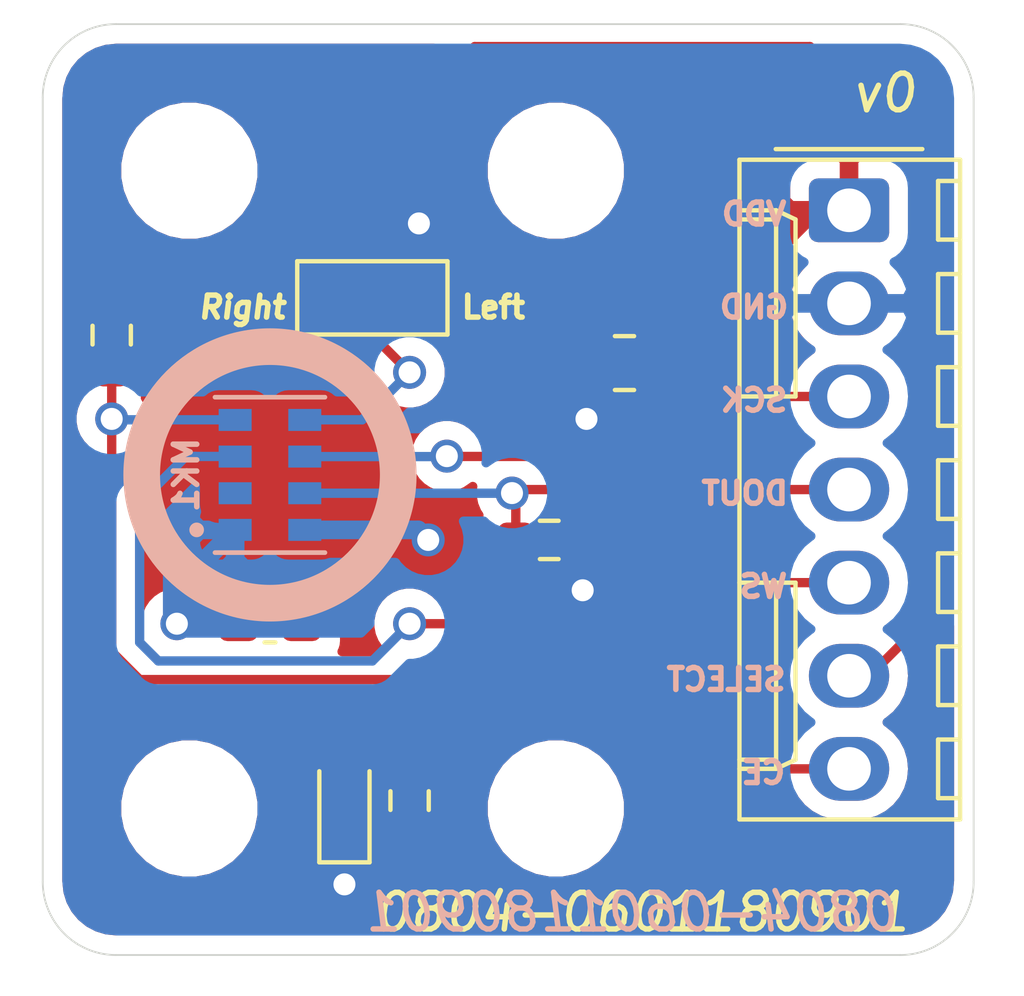
<source format=kicad_pcb>
(kicad_pcb (version 20171130) (host pcbnew 5.1.10)

  (general
    (thickness 1.6)
    (drawings 21)
    (tracks 75)
    (zones 0)
    (modules 13)
    (nets 9)
  )

  (page A4)
  (layers
    (0 F.Cu signal)
    (31 B.Cu signal)
    (32 B.Adhes user)
    (33 F.Adhes user)
    (34 B.Paste user)
    (35 F.Paste user)
    (36 B.SilkS user)
    (37 F.SilkS user)
    (38 B.Mask user)
    (39 F.Mask user)
    (40 Dwgs.User user)
    (41 Cmts.User user)
    (42 Eco1.User user)
    (43 Eco2.User user)
    (44 Edge.Cuts user)
    (45 Margin user)
    (46 B.CrtYd user)
    (47 F.CrtYd user)
  )

  (setup
    (last_trace_width 0.2)
    (user_trace_width 0.1524)
    (user_trace_width 0.254)
    (user_trace_width 0.508)
    (trace_clearance 0.2)
    (zone_clearance 0.508)
    (zone_45_only no)
    (trace_min 0.1524)
    (via_size 0.9)
    (via_drill 0.6)
    (via_min_size 0.508)
    (via_min_drill 0.254)
    (uvia_size 0.5)
    (uvia_drill 0.1)
    (uvias_allowed no)
    (uvia_min_size 0.5)
    (uvia_min_drill 0.1)
    (edge_width 0.1)
    (segment_width 0.1)
    (pcb_text_width 0.25)
    (pcb_text_size 1 1)
    (mod_edge_width 0.15)
    (mod_text_size 1 1)
    (mod_text_width 0.15)
    (pad_size 1.74 2.19)
    (pad_drill 1.19)
    (pad_to_mask_clearance 0.0508)
    (solder_mask_min_width 0.101)
    (aux_axis_origin 0 0)
    (visible_elements FFFFFF7F)
    (pcbplotparams
      (layerselection 0x010fc_ffffffff)
      (usegerberextensions false)
      (usegerberattributes true)
      (usegerberadvancedattributes true)
      (creategerberjobfile true)
      (excludeedgelayer true)
      (linewidth 0.100000)
      (plotframeref false)
      (viasonmask false)
      (mode 1)
      (useauxorigin false)
      (hpglpennumber 1)
      (hpglpenspeed 20)
      (hpglpendiameter 15.000000)
      (psnegative false)
      (psa4output false)
      (plotreference true)
      (plotvalue true)
      (plotinvisibletext false)
      (padsonsilk false)
      (subtractmaskfromsilk false)
      (outputformat 1)
      (mirror false)
      (drillshape 1)
      (scaleselection 1)
      (outputdirectory ""))
  )

  (net 0 "")
  (net 1 VDD)
  (net 2 GNDREF)
  (net 3 "Net-(D1-Pad2)")
  (net 4 /SCK)
  (net 5 /DOUT)
  (net 6 /WS)
  (net 7 /SELECT)
  (net 8 /CE)

  (net_class Default "This is the default net class."
    (clearance 0.2)
    (trace_width 0.2)
    (via_dia 0.9)
    (via_drill 0.6)
    (uvia_dia 0.5)
    (uvia_drill 0.1)
    (add_net /CE)
    (add_net /DOUT)
    (add_net /SCK)
    (add_net /SELECT)
    (add_net /WS)
    (add_net GNDREF)
    (add_net "Net-(D1-Pad2)")
    (add_net VDD)
  )

  (net_class Power ""
    (clearance 0.2)
    (trace_width 0.5)
    (via_dia 1)
    (via_drill 0.7)
    (uvia_dia 0.5)
    (uvia_drill 0.1)
  )

  (module MountingHole:MountingHole_2.7mm_M2.5 (layer F.Cu) (tedit 56D1B4CB) (tstamp 61738480)
    (at 84 91.4)
    (descr "Mounting Hole 2.7mm, no annular, M2.5")
    (tags "mounting hole 2.7mm no annular m2.5")
    (path /617C4192)
    (attr virtual)
    (fp_text reference H4 (at 0 -3.7) (layer F.SilkS) hide
      (effects (font (size 1 1) (thickness 0.15)))
    )
    (fp_text value MountingHole (at 0 3.7) (layer F.Fab) hide
      (effects (font (size 1 1) (thickness 0.15)))
    )
    (fp_circle (center 0 0) (end 2.7 0) (layer Cmts.User) (width 0.15))
    (fp_circle (center 0 0) (end 2.95 0) (layer F.CrtYd) (width 0.05))
    (fp_text user %R (at 0.3 0) (layer F.Fab)
      (effects (font (size 1 1) (thickness 0.15)))
    )
    (pad 1 np_thru_hole circle (at 0 0) (size 2.7 2.7) (drill 2.7) (layers *.Cu *.Mask))
  )

  (module MountingHole:MountingHole_2.7mm_M2.5 (layer F.Cu) (tedit 56D1B4CB) (tstamp 61738478)
    (at 84 74)
    (descr "Mounting Hole 2.7mm, no annular, M2.5")
    (tags "mounting hole 2.7mm no annular m2.5")
    (path /617C3120)
    (attr virtual)
    (fp_text reference H3 (at 0 -3.7) (layer F.SilkS) hide
      (effects (font (size 1 1) (thickness 0.15)))
    )
    (fp_text value MountingHole (at 0 3.7) (layer F.Fab) hide
      (effects (font (size 1 1) (thickness 0.15)))
    )
    (fp_circle (center 0 0) (end 2.7 0) (layer Cmts.User) (width 0.15))
    (fp_circle (center 0 0) (end 2.95 0) (layer F.CrtYd) (width 0.05))
    (fp_text user %R (at 0.3 0) (layer F.Fab)
      (effects (font (size 1 1) (thickness 0.15)))
    )
    (pad 1 np_thru_hole circle (at 0 0) (size 2.7 2.7) (drill 2.7) (layers *.Cu *.Mask))
  )

  (module MountingHole:MountingHole_2.7mm_M2.5 (layer F.Cu) (tedit 56D1B4CB) (tstamp 61738470)
    (at 74 91.4)
    (descr "Mounting Hole 2.7mm, no annular, M2.5")
    (tags "mounting hole 2.7mm no annular m2.5")
    (path /617BDC20)
    (attr virtual)
    (fp_text reference H2 (at 0 -3.7) (layer F.SilkS) hide
      (effects (font (size 1 1) (thickness 0.15)))
    )
    (fp_text value MountingHole (at 0 3.7) (layer F.Fab) hide
      (effects (font (size 1 1) (thickness 0.15)))
    )
    (fp_circle (center 0 0) (end 2.7 0) (layer Cmts.User) (width 0.15))
    (fp_circle (center 0 0) (end 2.95 0) (layer F.CrtYd) (width 0.05))
    (fp_text user %R (at 0.3 0) (layer F.Fab)
      (effects (font (size 1 1) (thickness 0.15)))
    )
    (pad 1 np_thru_hole circle (at 0 0) (size 2.7 2.7) (drill 2.7) (layers *.Cu *.Mask))
  )

  (module MountingHole:MountingHole_2.7mm_M2.5 (layer F.Cu) (tedit 56D1B4CB) (tstamp 61738468)
    (at 74 74)
    (descr "Mounting Hole 2.7mm, no annular, M2.5")
    (tags "mounting hole 2.7mm no annular m2.5")
    (path /617BD76C)
    (attr virtual)
    (fp_text reference H1 (at 0 -3.7) (layer F.SilkS) hide
      (effects (font (size 1 1) (thickness 0.15)))
    )
    (fp_text value MountingHole (at 0 3.7) (layer F.Fab) hide
      (effects (font (size 1 1) (thickness 0.15)))
    )
    (fp_circle (center 0 0) (end 2.7 0) (layer Cmts.User) (width 0.15))
    (fp_circle (center 0 0) (end 2.95 0) (layer F.CrtYd) (width 0.05))
    (fp_text user %R (at 0.3 0) (layer F.Fab)
      (effects (font (size 1 1) (thickness 0.15)))
    )
    (pad 1 np_thru_hole circle (at 0 0) (size 2.7 2.7) (drill 2.7) (layers *.Cu *.Mask))
  )

  (module Resistor_SMD:R_0603_1608Metric_Pad0.98x0.95mm_HandSolder (layer F.Cu) (tedit 5F68FEEE) (tstamp 61735BE2)
    (at 71.882 78.486 270)
    (descr "Resistor SMD 0603 (1608 Metric), square (rectangular) end terminal, IPC_7351 nominal with elongated pad for handsoldering. (Body size source: IPC-SM-782 page 72, https://www.pcb-3d.com/wordpress/wp-content/uploads/ipc-sm-782a_amendment_1_and_2.pdf), generated with kicad-footprint-generator")
    (tags "resistor handsolder")
    (path /61740DED)
    (attr smd)
    (fp_text reference R2 (at 0 -2.65 90) (layer F.SilkS) hide
      (effects (font (size 1 1) (thickness 0.15)))
    )
    (fp_text value 1k (at 0 2.65 90) (layer F.Fab) hide
      (effects (font (size 1 1) (thickness 0.15)))
    )
    (fp_line (start -0.8 0.4125) (end -0.8 -0.4125) (layer F.Fab) (width 0.1))
    (fp_line (start -0.8 -0.4125) (end 0.8 -0.4125) (layer F.Fab) (width 0.1))
    (fp_line (start 0.8 -0.4125) (end 0.8 0.4125) (layer F.Fab) (width 0.1))
    (fp_line (start 0.8 0.4125) (end -0.8 0.4125) (layer F.Fab) (width 0.1))
    (fp_line (start -0.254724 -0.5225) (end 0.254724 -0.5225) (layer F.SilkS) (width 0.12))
    (fp_line (start -0.254724 0.5225) (end 0.254724 0.5225) (layer F.SilkS) (width 0.12))
    (fp_line (start -1.65 0.73) (end -1.65 -0.73) (layer F.CrtYd) (width 0.05))
    (fp_line (start -1.65 -0.73) (end 1.65 -0.73) (layer F.CrtYd) (width 0.05))
    (fp_line (start 1.65 -0.73) (end 1.65 0.73) (layer F.CrtYd) (width 0.05))
    (fp_line (start 1.65 0.73) (end -1.65 0.73) (layer F.CrtYd) (width 0.05))
    (fp_text user %R (at 0 0 90) (layer F.Fab)
      (effects (font (size 0.4 0.4) (thickness 0.06)))
    )
    (pad 2 smd roundrect (at 0.9125 0 270) (size 0.975 0.95) (layers F.Cu F.Paste F.Mask) (roundrect_rratio 0.25)
      (net 8 /CE))
    (pad 1 smd roundrect (at -0.9125 0 270) (size 0.975 0.95) (layers F.Cu F.Paste F.Mask) (roundrect_rratio 0.25)
      (net 1 VDD))
    (model ${KISYS3DMOD}/Resistor_SMD.3dshapes/R_0603_1608Metric.wrl
      (at (xyz 0 0 0))
      (scale (xyz 1 1 1))
      (rotate (xyz 0 0 0))
    )
  )

  (module Resistor_SMD:R_0603_1608Metric_Pad0.98x0.95mm_HandSolder (layer F.Cu) (tedit 5F68FEEE) (tstamp 61738923)
    (at 80.01 91.186 90)
    (descr "Resistor SMD 0603 (1608 Metric), square (rectangular) end terminal, IPC_7351 nominal with elongated pad for handsoldering. (Body size source: IPC-SM-782 page 72, https://www.pcb-3d.com/wordpress/wp-content/uploads/ipc-sm-782a_amendment_1_and_2.pdf), generated with kicad-footprint-generator")
    (tags "resistor handsolder")
    (path /6179F0FB)
    (attr smd)
    (fp_text reference R3 (at 0 -2.65 90) (layer F.SilkS) hide
      (effects (font (size 1 1) (thickness 0.15)))
    )
    (fp_text value 1k (at 0 2.65 90) (layer F.Fab) hide
      (effects (font (size 1 1) (thickness 0.15)))
    )
    (fp_line (start -0.8 0.4125) (end -0.8 -0.4125) (layer F.Fab) (width 0.1))
    (fp_line (start -0.8 -0.4125) (end 0.8 -0.4125) (layer F.Fab) (width 0.1))
    (fp_line (start 0.8 -0.4125) (end 0.8 0.4125) (layer F.Fab) (width 0.1))
    (fp_line (start 0.8 0.4125) (end -0.8 0.4125) (layer F.Fab) (width 0.1))
    (fp_line (start -0.254724 -0.5225) (end 0.254724 -0.5225) (layer F.SilkS) (width 0.12))
    (fp_line (start -0.254724 0.5225) (end 0.254724 0.5225) (layer F.SilkS) (width 0.12))
    (fp_line (start -1.65 0.73) (end -1.65 -0.73) (layer F.CrtYd) (width 0.05))
    (fp_line (start -1.65 -0.73) (end 1.65 -0.73) (layer F.CrtYd) (width 0.05))
    (fp_line (start 1.65 -0.73) (end 1.65 0.73) (layer F.CrtYd) (width 0.05))
    (fp_line (start 1.65 0.73) (end -1.65 0.73) (layer F.CrtYd) (width 0.05))
    (fp_text user %R (at 0 0 90) (layer F.Fab)
      (effects (font (size 0.4 0.4) (thickness 0.06)))
    )
    (pad 2 smd roundrect (at 0.9125 0 90) (size 0.975 0.95) (layers F.Cu F.Paste F.Mask) (roundrect_rratio 0.25)
      (net 3 "Net-(D1-Pad2)"))
    (pad 1 smd roundrect (at -0.9125 0 90) (size 0.975 0.95) (layers F.Cu F.Paste F.Mask) (roundrect_rratio 0.25)
      (net 1 VDD))
    (model ${KISYS3DMOD}/Resistor_SMD.3dshapes/R_0603_1608Metric.wrl
      (at (xyz 0 0 0))
      (scale (xyz 1 1 1))
      (rotate (xyz 0 0 0))
    )
  )

  (module Resistor_SMD:R_0603_1608Metric_Pad0.98x0.95mm_HandSolder (layer F.Cu) (tedit 5F68FEEE) (tstamp 61735BD1)
    (at 83.82 84.074)
    (descr "Resistor SMD 0603 (1608 Metric), square (rectangular) end terminal, IPC_7351 nominal with elongated pad for handsoldering. (Body size source: IPC-SM-782 page 72, https://www.pcb-3d.com/wordpress/wp-content/uploads/ipc-sm-782a_amendment_1_and_2.pdf), generated with kicad-footprint-generator")
    (tags "resistor handsolder")
    (path /6173A361)
    (attr smd)
    (fp_text reference R1 (at 0 -2.65) (layer F.SilkS) hide
      (effects (font (size 1 1) (thickness 0.15)))
    )
    (fp_text value 100k (at 0 2.65) (layer F.Fab) hide
      (effects (font (size 1 1) (thickness 0.15)))
    )
    (fp_line (start -0.8 0.4125) (end -0.8 -0.4125) (layer F.Fab) (width 0.1))
    (fp_line (start -0.8 -0.4125) (end 0.8 -0.4125) (layer F.Fab) (width 0.1))
    (fp_line (start 0.8 -0.4125) (end 0.8 0.4125) (layer F.Fab) (width 0.1))
    (fp_line (start 0.8 0.4125) (end -0.8 0.4125) (layer F.Fab) (width 0.1))
    (fp_line (start -0.254724 -0.5225) (end 0.254724 -0.5225) (layer F.SilkS) (width 0.12))
    (fp_line (start -0.254724 0.5225) (end 0.254724 0.5225) (layer F.SilkS) (width 0.12))
    (fp_line (start -1.65 0.73) (end -1.65 -0.73) (layer F.CrtYd) (width 0.05))
    (fp_line (start -1.65 -0.73) (end 1.65 -0.73) (layer F.CrtYd) (width 0.05))
    (fp_line (start 1.65 -0.73) (end 1.65 0.73) (layer F.CrtYd) (width 0.05))
    (fp_line (start 1.65 0.73) (end -1.65 0.73) (layer F.CrtYd) (width 0.05))
    (fp_text user %R (at 0 0) (layer F.Fab)
      (effects (font (size 0.4 0.4) (thickness 0.06)))
    )
    (pad 2 smd roundrect (at 0.9125 0) (size 0.975 0.95) (layers F.Cu F.Paste F.Mask) (roundrect_rratio 0.25)
      (net 2 GNDREF))
    (pad 1 smd roundrect (at -0.9125 0) (size 0.975 0.95) (layers F.Cu F.Paste F.Mask) (roundrect_rratio 0.25)
      (net 5 /DOUT))
    (model ${KISYS3DMOD}/Resistor_SMD.3dshapes/R_0603_1608Metric.wrl
      (at (xyz 0 0 0))
      (scale (xyz 1 1 1))
      (rotate (xyz 0 0 0))
    )
  )

  (module Capacitor_SMD:C_0603_1608Metric_Pad1.08x0.95mm_HandSolder (layer F.Cu) (tedit 5F68FEEF) (tstamp 61735B34)
    (at 76.2 86.36 180)
    (descr "Capacitor SMD 0603 (1608 Metric), square (rectangular) end terminal, IPC_7351 nominal with elongated pad for handsoldering. (Body size source: IPC-SM-782 page 76, https://www.pcb-3d.com/wordpress/wp-content/uploads/ipc-sm-782a_amendment_1_and_2.pdf), generated with kicad-footprint-generator")
    (tags "capacitor handsolder")
    (path /61754E9C)
    (attr smd)
    (fp_text reference C1 (at 0 -1.43) (layer F.SilkS) hide
      (effects (font (size 1 1) (thickness 0.15)))
    )
    (fp_text value 0.1uF (at 0 1.43) (layer F.Fab) hide
      (effects (font (size 1 1) (thickness 0.15)))
    )
    (fp_line (start -0.8 0.4) (end -0.8 -0.4) (layer F.Fab) (width 0.1))
    (fp_line (start -0.8 -0.4) (end 0.8 -0.4) (layer F.Fab) (width 0.1))
    (fp_line (start 0.8 -0.4) (end 0.8 0.4) (layer F.Fab) (width 0.1))
    (fp_line (start 0.8 0.4) (end -0.8 0.4) (layer F.Fab) (width 0.1))
    (fp_line (start -0.146267 -0.51) (end 0.146267 -0.51) (layer F.SilkS) (width 0.12))
    (fp_line (start -0.146267 0.51) (end 0.146267 0.51) (layer F.SilkS) (width 0.12))
    (fp_line (start -1.65 0.73) (end -1.65 -0.73) (layer F.CrtYd) (width 0.05))
    (fp_line (start -1.65 -0.73) (end 1.65 -0.73) (layer F.CrtYd) (width 0.05))
    (fp_line (start 1.65 -0.73) (end 1.65 0.73) (layer F.CrtYd) (width 0.05))
    (fp_line (start 1.65 0.73) (end -1.65 0.73) (layer F.CrtYd) (width 0.05))
    (fp_text user %R (at 0 0) (layer F.Fab)
      (effects (font (size 0.4 0.4) (thickness 0.06)))
    )
    (pad 2 smd roundrect (at 0.8625 0 180) (size 1.075 0.95) (layers F.Cu F.Paste F.Mask) (roundrect_rratio 0.25)
      (net 2 GNDREF))
    (pad 1 smd roundrect (at -0.8625 0 180) (size 1.075 0.95) (layers F.Cu F.Paste F.Mask) (roundrect_rratio 0.25)
      (net 1 VDD))
    (model ${KISYS3DMOD}/Capacitor_SMD.3dshapes/C_0603_1608Metric.wrl
      (at (xyz 0 0 0))
      (scale (xyz 1 1 1))
      (rotate (xyz 0 0 0))
    )
  )

  (module Capacitor_SMD:C_0805_2012Metric_Pad1.18x1.45mm_HandSolder (layer F.Cu) (tedit 5F68FEEF) (tstamp 61737886)
    (at 85.8735 79.248 180)
    (descr "Capacitor SMD 0805 (2012 Metric), square (rectangular) end terminal, IPC_7351 nominal with elongated pad for handsoldering. (Body size source: IPC-SM-782 page 76, https://www.pcb-3d.com/wordpress/wp-content/uploads/ipc-sm-782a_amendment_1_and_2.pdf, https://docs.google.com/spreadsheets/d/1BsfQQcO9C6DZCsRaXUlFlo91Tg2WpOkGARC1WS5S8t0/edit?usp=sharing), generated with kicad-footprint-generator")
    (tags "capacitor handsolder")
    (path /6173B895)
    (attr smd)
    (fp_text reference C2 (at 0 -1.68) (layer F.SilkS) hide
      (effects (font (size 1 1) (thickness 0.15)))
    )
    (fp_text value 10uF (at 0 1.68) (layer F.Fab) hide
      (effects (font (size 1 1) (thickness 0.15)))
    )
    (fp_line (start -1 0.625) (end -1 -0.625) (layer F.Fab) (width 0.1))
    (fp_line (start -1 -0.625) (end 1 -0.625) (layer F.Fab) (width 0.1))
    (fp_line (start 1 -0.625) (end 1 0.625) (layer F.Fab) (width 0.1))
    (fp_line (start 1 0.625) (end -1 0.625) (layer F.Fab) (width 0.1))
    (fp_line (start -0.261252 -0.735) (end 0.261252 -0.735) (layer F.SilkS) (width 0.12))
    (fp_line (start -0.261252 0.735) (end 0.261252 0.735) (layer F.SilkS) (width 0.12))
    (fp_line (start -1.88 0.98) (end -1.88 -0.98) (layer F.CrtYd) (width 0.05))
    (fp_line (start -1.88 -0.98) (end 1.88 -0.98) (layer F.CrtYd) (width 0.05))
    (fp_line (start 1.88 -0.98) (end 1.88 0.98) (layer F.CrtYd) (width 0.05))
    (fp_line (start 1.88 0.98) (end -1.88 0.98) (layer F.CrtYd) (width 0.05))
    (fp_text user %R (at 0 0) (layer F.Fab)
      (effects (font (size 0.5 0.5) (thickness 0.08)))
    )
    (pad 2 smd roundrect (at 1.0375 0 180) (size 1.175 1.45) (layers F.Cu F.Paste F.Mask) (roundrect_rratio 0.212766)
      (net 2 GNDREF))
    (pad 1 smd roundrect (at -1.0375 0 180) (size 1.175 1.45) (layers F.Cu F.Paste F.Mask) (roundrect_rratio 0.212766)
      (net 1 VDD))
    (model ${KISYS3DMOD}/Capacitor_SMD.3dshapes/C_0805_2012Metric.wrl
      (at (xyz 0 0 0))
      (scale (xyz 1 1 1))
      (rotate (xyz 0 0 0))
    )
  )

  (module LED_SMD:LED_0603_1608Metric_Castellated (layer F.Cu) (tedit 5F68FEF1) (tstamp 61735B58)
    (at 78.232 91.186 90)
    (descr "LED SMD 0603 (1608 Metric), castellated end terminal, IPC_7351 nominal, (Body size source: http://www.tortai-tech.com/upload/download/2011102023233369053.pdf), generated with kicad-footprint-generator")
    (tags "LED castellated")
    (path /6179896E)
    (attr smd)
    (fp_text reference D1 (at 0 -1.38 90) (layer F.SilkS) hide
      (effects (font (size 1 1) (thickness 0.15)))
    )
    (fp_text value LED_Small (at 0 1.38 90) (layer F.Fab) hide
      (effects (font (size 1 1) (thickness 0.15)))
    )
    (fp_line (start 0.8 -0.4) (end -0.5 -0.4) (layer F.Fab) (width 0.1))
    (fp_line (start -0.5 -0.4) (end -0.8 -0.1) (layer F.Fab) (width 0.1))
    (fp_line (start -0.8 -0.1) (end -0.8 0.4) (layer F.Fab) (width 0.1))
    (fp_line (start -0.8 0.4) (end 0.8 0.4) (layer F.Fab) (width 0.1))
    (fp_line (start 0.8 0.4) (end 0.8 -0.4) (layer F.Fab) (width 0.1))
    (fp_line (start 0.8 -0.685) (end -1.685 -0.685) (layer F.SilkS) (width 0.12))
    (fp_line (start -1.685 -0.685) (end -1.685 0.685) (layer F.SilkS) (width 0.12))
    (fp_line (start -1.685 0.685) (end 0.8 0.685) (layer F.SilkS) (width 0.12))
    (fp_line (start -1.68 0.68) (end -1.68 -0.68) (layer F.CrtYd) (width 0.05))
    (fp_line (start -1.68 -0.68) (end 1.68 -0.68) (layer F.CrtYd) (width 0.05))
    (fp_line (start 1.68 -0.68) (end 1.68 0.68) (layer F.CrtYd) (width 0.05))
    (fp_line (start 1.68 0.68) (end -1.68 0.68) (layer F.CrtYd) (width 0.05))
    (fp_text user %R (at 0 0 90) (layer F.Fab)
      (effects (font (size 0.4 0.4) (thickness 0.06)))
    )
    (pad 2 smd roundrect (at 0.8125 0 90) (size 1.225 0.85) (layers F.Cu F.Paste F.Mask) (roundrect_rratio 0.25)
      (net 3 "Net-(D1-Pad2)"))
    (pad 1 smd roundrect (at -0.8125 0 90) (size 1.225 0.85) (layers F.Cu F.Paste F.Mask) (roundrect_rratio 0.25)
      (net 2 GNDREF))
    (model ${KISYS3DMOD}/LED_SMD.3dshapes/LED_0603_1608Metric_Castellated.wrl
      (at (xyz 0 0 0))
      (scale (xyz 1 1 1))
      (rotate (xyz 0 0 0))
    )
  )

  (module Connector_Molex:Molex_KK-254_AE-6410-07A_1x07_P2.54mm_Vertical (layer F.Cu) (tedit 5EA53D3B) (tstamp 617B2E52)
    (at 92 75.08 270)
    (descr "Molex KK-254 Interconnect System, old/engineering part number: AE-6410-07A example for new part number: 22-27-2071, 7 Pins (http://www.molex.com/pdm_docs/sd/022272021_sd.pdf), generated with kicad-footprint-generator")
    (tags "connector Molex KK-254 vertical")
    (path /61732C3B)
    (fp_text reference J1 (at -2.69 0.052 180) (layer F.SilkS) hide
      (effects (font (size 1 1) (thickness 0.15)))
    )
    (fp_text value Conn_01x07_Female (at 7.62 4.08 90) (layer F.Fab) hide
      (effects (font (size 1 1) (thickness 0.15)))
    )
    (fp_line (start -1.27 -2.92) (end -1.27 2.88) (layer F.Fab) (width 0.1))
    (fp_line (start -1.27 2.88) (end 16.51 2.88) (layer F.Fab) (width 0.1))
    (fp_line (start 16.51 2.88) (end 16.51 -2.92) (layer F.Fab) (width 0.1))
    (fp_line (start 16.51 -2.92) (end -1.27 -2.92) (layer F.Fab) (width 0.1))
    (fp_line (start -1.38 -3.03) (end -1.38 2.99) (layer F.SilkS) (width 0.12))
    (fp_line (start -1.38 2.99) (end 16.62 2.99) (layer F.SilkS) (width 0.12))
    (fp_line (start 16.62 2.99) (end 16.62 -3.03) (layer F.SilkS) (width 0.12))
    (fp_line (start 16.62 -3.03) (end -1.38 -3.03) (layer F.SilkS) (width 0.12))
    (fp_line (start -1.67 -2) (end -1.67 2) (layer F.SilkS) (width 0.12))
    (fp_line (start -1.27 -0.5) (end -0.562893 0) (layer F.Fab) (width 0.1))
    (fp_line (start -0.562893 0) (end -1.27 0.5) (layer F.Fab) (width 0.1))
    (fp_line (start 0 2.99) (end 0 1.99) (layer F.SilkS) (width 0.12))
    (fp_line (start 0 1.99) (end 5.08 1.99) (layer F.SilkS) (width 0.12))
    (fp_line (start 5.08 1.99) (end 5.08 2.99) (layer F.SilkS) (width 0.12))
    (fp_line (start 0 1.99) (end 0.25 1.46) (layer F.SilkS) (width 0.12))
    (fp_line (start 0.25 1.46) (end 5.08 1.46) (layer F.SilkS) (width 0.12))
    (fp_line (start 5.08 1.46) (end 5.08 1.99) (layer F.SilkS) (width 0.12))
    (fp_line (start 0.25 2.99) (end 0.25 1.99) (layer F.SilkS) (width 0.12))
    (fp_line (start 15.24 2.99) (end 15.24 1.99) (layer F.SilkS) (width 0.12))
    (fp_line (start 15.24 1.99) (end 10.16 1.99) (layer F.SilkS) (width 0.12))
    (fp_line (start 10.16 1.99) (end 10.16 2.99) (layer F.SilkS) (width 0.12))
    (fp_line (start 15.24 1.99) (end 14.99 1.46) (layer F.SilkS) (width 0.12))
    (fp_line (start 14.99 1.46) (end 10.16 1.46) (layer F.SilkS) (width 0.12))
    (fp_line (start 10.16 1.46) (end 10.16 1.99) (layer F.SilkS) (width 0.12))
    (fp_line (start 14.99 2.99) (end 14.99 1.99) (layer F.SilkS) (width 0.12))
    (fp_line (start -0.8 -3.03) (end -0.8 -2.43) (layer F.SilkS) (width 0.12))
    (fp_line (start -0.8 -2.43) (end 0.8 -2.43) (layer F.SilkS) (width 0.12))
    (fp_line (start 0.8 -2.43) (end 0.8 -3.03) (layer F.SilkS) (width 0.12))
    (fp_line (start 1.74 -3.03) (end 1.74 -2.43) (layer F.SilkS) (width 0.12))
    (fp_line (start 1.74 -2.43) (end 3.34 -2.43) (layer F.SilkS) (width 0.12))
    (fp_line (start 3.34 -2.43) (end 3.34 -3.03) (layer F.SilkS) (width 0.12))
    (fp_line (start 4.28 -3.03) (end 4.28 -2.43) (layer F.SilkS) (width 0.12))
    (fp_line (start 4.28 -2.43) (end 5.88 -2.43) (layer F.SilkS) (width 0.12))
    (fp_line (start 5.88 -2.43) (end 5.88 -3.03) (layer F.SilkS) (width 0.12))
    (fp_line (start 6.82 -3.03) (end 6.82 -2.43) (layer F.SilkS) (width 0.12))
    (fp_line (start 6.82 -2.43) (end 8.42 -2.43) (layer F.SilkS) (width 0.12))
    (fp_line (start 8.42 -2.43) (end 8.42 -3.03) (layer F.SilkS) (width 0.12))
    (fp_line (start 9.36 -3.03) (end 9.36 -2.43) (layer F.SilkS) (width 0.12))
    (fp_line (start 9.36 -2.43) (end 10.96 -2.43) (layer F.SilkS) (width 0.12))
    (fp_line (start 10.96 -2.43) (end 10.96 -3.03) (layer F.SilkS) (width 0.12))
    (fp_line (start 11.9 -3.03) (end 11.9 -2.43) (layer F.SilkS) (width 0.12))
    (fp_line (start 11.9 -2.43) (end 13.5 -2.43) (layer F.SilkS) (width 0.12))
    (fp_line (start 13.5 -2.43) (end 13.5 -3.03) (layer F.SilkS) (width 0.12))
    (fp_line (start 14.44 -3.03) (end 14.44 -2.43) (layer F.SilkS) (width 0.12))
    (fp_line (start 14.44 -2.43) (end 16.04 -2.43) (layer F.SilkS) (width 0.12))
    (fp_line (start 16.04 -2.43) (end 16.04 -3.03) (layer F.SilkS) (width 0.12))
    (fp_line (start -1.77 -3.42) (end -1.77 3.38) (layer F.CrtYd) (width 0.05))
    (fp_line (start -1.77 3.38) (end 17.01 3.38) (layer F.CrtYd) (width 0.05))
    (fp_line (start 17.01 3.38) (end 17.01 -3.42) (layer F.CrtYd) (width 0.05))
    (fp_line (start 17.01 -3.42) (end -1.77 -3.42) (layer F.CrtYd) (width 0.05))
    (fp_text user %R (at 7.62 -2.22 90) (layer F.Fab) hide
      (effects (font (size 1 1) (thickness 0.15)))
    )
    (pad 7 thru_hole oval (at 15.24 0 270) (size 1.74 2.19) (drill 1.19) (layers *.Cu *.Mask)
      (net 8 /CE))
    (pad 6 thru_hole oval (at 12.7 0 270) (size 1.74 2.19) (drill 1.19) (layers *.Cu *.Mask)
      (net 7 /SELECT))
    (pad 5 thru_hole oval (at 10.16 0 270) (size 1.74 2.19) (drill 1.19) (layers *.Cu *.Mask)
      (net 6 /WS))
    (pad 4 thru_hole oval (at 7.62 0 270) (size 1.74 2.19) (drill 1.19) (layers *.Cu *.Mask)
      (net 5 /DOUT))
    (pad 3 thru_hole oval (at 5.08 0 270) (size 1.74 2.19) (drill 1.19) (layers *.Cu *.Mask)
      (net 4 /SCK))
    (pad 2 thru_hole oval (at 2.54 0 270) (size 1.74 2.19) (drill 1.19) (layers *.Cu *.Mask)
      (net 2 GNDREF))
    (pad 1 thru_hole roundrect (at 0 0 270) (size 1.74 2.19) (drill 1.19) (layers *.Cu *.Mask) (roundrect_rratio 0.143678)
      (net 1 VDD))
    (model ${KISYS3DMOD}/Connector_Molex.3dshapes/Molex_KK-254_AE-6410-07A_1x07_P2.54mm_Vertical.wrl
      (at (xyz 0 0 0))
      (scale (xyz 1 1 1))
      (rotate (xyz 0 0 0))
    )
  )

  (module Jumper:SolderJumper-3_P1.3mm_Bridged12_Pad1.0x1.5mm_NumberLabels (layer F.Cu) (tedit 5C756B5B) (tstamp 617386BA)
    (at 78.994 77.47)
    (descr "SMD Solder Jumper, 1x1.5mm Pads, 0.3mm gap, pads 1-2 bridged with 1 copper strip, labeled with numbers")
    (tags "solder jumper open")
    (path /61792121)
    (attr virtual)
    (fp_text reference JP1 (at 0 -1.8) (layer F.SilkS) hide
      (effects (font (size 1 1) (thickness 0.15)))
    )
    (fp_text value Jumper_3_Bridged12 (at 0 1.9) (layer F.Fab) hide
      (effects (font (size 1 1) (thickness 0.15)))
    )
    (fp_line (start -2.05 1) (end -2.05 -1) (layer F.SilkS) (width 0.12))
    (fp_line (start 2.05 1) (end -2.05 1) (layer F.SilkS) (width 0.12))
    (fp_line (start 2.05 -1) (end 2.05 1) (layer F.SilkS) (width 0.12))
    (fp_line (start -2.05 -1) (end 2.05 -1) (layer F.SilkS) (width 0.12))
    (fp_line (start -2.3 -1.25) (end 2.3 -1.25) (layer F.CrtYd) (width 0.05))
    (fp_line (start -2.3 -1.25) (end -2.3 1.25) (layer F.CrtYd) (width 0.05))
    (fp_line (start 2.3 1.25) (end 2.3 -1.25) (layer F.CrtYd) (width 0.05))
    (fp_line (start 2.3 1.25) (end -2.3 1.25) (layer F.CrtYd) (width 0.05))
    (fp_poly (pts (xy -0.9 -0.3) (xy -0.4 -0.3) (xy -0.4 0.3) (xy -0.9 0.3)) (layer F.Cu) (width 0))
    (fp_text user 1 (at -2.6 0) (layer F.SilkS) hide
      (effects (font (size 1 1) (thickness 0.15)))
    )
    (fp_text user 3 (at 2.6 0) (layer F.SilkS) hide
      (effects (font (size 1 1) (thickness 0.15)))
    )
    (pad 2 smd rect (at 0 0) (size 1 1.5) (layers F.Cu F.Mask)
      (net 7 /SELECT))
    (pad 3 smd rect (at 1.3 0) (size 1 1.5) (layers F.Cu F.Mask)
      (net 2 GNDREF))
    (pad 1 smd rect (at -1.3 0) (size 1 1.5) (layers F.Cu F.Mask)
      (net 1 VDD))
  )

  (module cmm-4030d:MIC_CMM-4030D-261-I2S-TR (layer B.Cu) (tedit 6172BE83) (tstamp 61737AAF)
    (at 76.2 82.3)
    (path /6172DFCA)
    (fp_text reference MK1 (at -2.286 0 270) (layer B.SilkS)
      (effects (font (size 0.64 0.64) (thickness 0.15)) (justify mirror))
    )
    (fp_text value CMM-4030D-261-I2S-TR (at 7.7536 -2.9064) (layer B.Fab) hide
      (effects (font (size 0.64 0.64) (thickness 0.15)) (justify mirror))
    )
    (fp_line (start 1.5 2.12) (end -1.5 2.12) (layer B.SilkS) (width 0.127))
    (fp_circle (center -2 1.5) (end -1.9 1.5) (layer B.Fab) (width 0.2))
    (fp_line (start -1.5 -2.12) (end 1.5 -2.12) (layer B.SilkS) (width 0.127))
    (fp_line (start -1.5 -2) (end 1.5 -2) (layer B.Fab) (width 0.127))
    (fp_line (start 1.75 2.25) (end -1.75 2.25) (layer B.CrtYd) (width 0.05))
    (fp_line (start 1.75 -2.25) (end 1.75 2.25) (layer B.CrtYd) (width 0.05))
    (fp_line (start -1.75 -2.25) (end 1.75 -2.25) (layer B.CrtYd) (width 0.05))
    (fp_line (start -1.75 2.25) (end -1.75 -2.25) (layer B.CrtYd) (width 0.05))
    (fp_line (start 1.5 2) (end -1.5 2) (layer B.Fab) (width 0.127))
    (fp_line (start 1.5 -2) (end 1.5 2) (layer B.Fab) (width 0.127))
    (fp_line (start -1.5 2) (end -1.5 -2) (layer B.Fab) (width 0.127))
    (fp_circle (center -2 1.5) (end -1.9 1.5) (layer B.SilkS) (width 0.2))
    (pad 1 smd rect (at -0.95 1.5) (size 0.9 0.6) (layers B.Cu B.Paste B.Mask)
      (net 2 GNDREF))
    (pad 2 smd rect (at -0.95 0.5) (size 0.9 0.6) (layers B.Cu B.Paste B.Mask))
    (pad 3 smd rect (at -0.95 -0.5) (size 0.9 0.6) (layers B.Cu B.Paste B.Mask)
      (net 6 /WS))
    (pad 4 smd rect (at -0.95 -1.5) (size 0.9 0.6) (layers B.Cu B.Paste B.Mask)
      (net 8 /CE))
    (pad 5 smd rect (at 0.95 -1.5) (size 0.9 0.6) (layers B.Cu B.Paste B.Mask)
      (net 7 /SELECT))
    (pad 6 smd rect (at 0.95 -0.5) (size 0.9 0.6) (layers B.Cu B.Paste B.Mask)
      (net 4 /SCK))
    (pad 7 smd rect (at 0.95 0.5) (size 0.9 0.6) (layers B.Cu B.Paste B.Mask)
      (net 5 /DOUT))
    (pad 8 smd rect (at 0.95 1.5) (size 0.9 0.6) (layers B.Cu B.Paste B.Mask)
      (net 1 VDD))
  )

  (gr_text v0 (at 92.964 71.882) (layer F.SilkS) (tstamp 617B3A76)
    (effects (font (size 1 1) (thickness 0.15) italic))
  )
  (gr_text 0804-0601180901 (at 86.106 94.234) (layer B.SilkS) (tstamp 617B3790)
    (effects (font (size 1 1) (thickness 0.15) italic) (justify mirror))
  )
  (gr_text 0804-0601180901 (at 86.36 94.234) (layer F.SilkS)
    (effects (font (size 1 1) (thickness 0.15) italic))
  )
  (gr_text Left (at 82.296 77.724) (layer F.SilkS) (tstamp 617B344D)
    (effects (font (size 0.6 0.6) (thickness 0.15)))
  )
  (gr_text Right (at 75.438 77.724) (layer F.SilkS) (tstamp 617B344D)
    (effects (font (size 0.6 0.6) (thickness 0.15) italic))
  )
  (gr_text CE (at 89.662 90.424) (layer B.SilkS) (tstamp 617B32B0)
    (effects (font (size 0.6 0.6) (thickness 0.15)) (justify mirror))
  )
  (gr_text SELECT (at 88.646 87.884) (layer B.SilkS) (tstamp 617B32B0)
    (effects (font (size 0.6 0.6) (thickness 0.15)) (justify mirror))
  )
  (gr_text WS (at 89.662 85.344) (layer B.SilkS) (tstamp 617B32B0)
    (effects (font (size 0.6 0.6) (thickness 0.15)) (justify mirror))
  )
  (gr_text SCK (at 89.408 80.264) (layer B.SilkS) (tstamp 617B32AA)
    (effects (font (size 0.6 0.6) (thickness 0.15)) (justify mirror))
  )
  (gr_text GND (at 89.408 77.724) (layer B.SilkS) (tstamp 617B3212)
    (effects (font (size 0.6 0.6) (thickness 0.15)) (justify mirror))
  )
  (gr_text DOUT (at 89.154 82.804) (layer B.SilkS) (tstamp 617B320F)
    (effects (font (size 0.6 0.6) (thickness 0.15)) (justify mirror))
  )
  (gr_text VDD (at 89.408 75.184) (layer B.SilkS)
    (effects (font (size 0.6 0.6) (thickness 0.15)) (justify mirror))
  )
  (gr_circle (center 76.2 82.3) (end 79.7 82.3) (layer B.SilkS) (width 1))
  (gr_arc (start 93.4 93.4) (end 93.4 95.4) (angle -90) (layer Edge.Cuts) (width 0.05) (tstamp 617388DD))
  (gr_arc (start 72 93.4) (end 72 95.4) (angle 90) (layer Edge.Cuts) (width 0.05) (tstamp 617388DD))
  (gr_arc (start 93.4 72) (end 95.4 72) (angle -90) (layer Edge.Cuts) (width 0.05) (tstamp 617388DD))
  (gr_arc (start 72 72) (end 70 72) (angle 90) (layer Edge.Cuts) (width 0.05))
  (gr_line (start 72 70) (end 93.4 70) (layer Edge.Cuts) (width 0.05) (tstamp 6173596D))
  (gr_line (start 95.4 72) (end 95.4 93.4) (layer Edge.Cuts) (width 0.05))
  (gr_line (start 72 95.4) (end 93.4 95.4) (layer Edge.Cuts) (width 0.05))
  (gr_line (start 70 72) (end 70 93.4) (layer Edge.Cuts) (width 0.05))

  (segment (start 77.15 83.796) (end 77.192 83.796) (width 0.508) (layer B.Cu) (net 1))
  (segment (start 91.5905 74.6705) (end 92 75.08) (width 0.254) (layer F.Cu) (net 1))
  (segment (start 86.911 79.248) (end 86.911 79.205) (width 0.508) (layer F.Cu) (net 1))
  (segment (start 91.036 75.08) (end 92 75.08) (width 0.508) (layer F.Cu) (net 1))
  (segment (start 86.911 79.205) (end 91.036 75.08) (width 0.508) (layer F.Cu) (net 1))
  (via (at 80.518 84.074) (size 0.9) (drill 0.6) (layers F.Cu B.Cu) (net 1))
  (segment (start 77.15 83.8) (end 77.196 83.8) (width 0.508) (layer B.Cu) (net 1))
  (segment (start 80.244 83.8) (end 80.518 84.074) (width 0.508) (layer B.Cu) (net 1))
  (segment (start 77.15 83.8) (end 80.244 83.8) (width 0.508) (layer B.Cu) (net 1))
  (segment (start 77.694 77.47) (end 77.694 79.278) (width 0.508) (layer F.Cu) (net 1))
  (segment (start 75.3375 86.36) (end 73.914 86.36) (width 0.508) (layer F.Cu) (net 2))
  (via (at 73.66 86.36) (size 0.9) (drill 0.6) (layers F.Cu B.Cu) (net 2))
  (segment (start 73.914 86.36) (end 73.66 86.36) (width 0.508) (layer F.Cu) (net 2))
  (segment (start 73.66 85.386) (end 75.25 83.796) (width 0.508) (layer B.Cu) (net 2))
  (segment (start 73.66 86.36) (end 73.66 85.386) (width 0.508) (layer B.Cu) (net 2))
  (via (at 84.836 80.772) (size 0.9) (drill 0.6) (layers F.Cu B.Cu) (net 2))
  (via (at 80.264 75.438) (size 0.9) (drill 0.6) (layers F.Cu B.Cu) (net 2))
  (segment (start 84.7325 84.074) (end 84.7325 85.2405) (width 0.508) (layer F.Cu) (net 2))
  (segment (start 84.7325 85.2405) (end 84.7325 85.4475) (width 0.508) (layer F.Cu) (net 2))
  (via (at 84.7325 85.4475) (size 0.9) (drill 0.6) (layers F.Cu B.Cu) (net 2))
  (segment (start 84.836 79.248) (end 84.836 80.772) (width 0.508) (layer F.Cu) (net 2))
  (segment (start 78.232 91.9985) (end 78.232 93.472) (width 0.254) (layer F.Cu) (net 2))
  (via (at 78.232 93.472) (size 0.9) (drill 0.6) (layers F.Cu B.Cu) (net 2))
  (segment (start 80.294 75.468) (end 80.264 75.438) (width 0.508) (layer F.Cu) (net 2))
  (segment (start 80.294 77.47) (end 80.294 75.468) (width 0.508) (layer F.Cu) (net 2))
  (segment (start 79.91 90.3735) (end 80.01 90.2735) (width 0.254) (layer F.Cu) (net 3))
  (segment (start 78.232 90.3735) (end 79.91 90.3735) (width 0.254) (layer F.Cu) (net 3))
  (via (at 81.026 81.788) (size 0.9) (drill 0.6) (layers F.Cu B.Cu) (net 4))
  (segment (start 89.512 80.16) (end 87.876 81.796) (width 0.254) (layer F.Cu) (net 4))
  (segment (start 92 80.16) (end 89.512 80.16) (width 0.254) (layer F.Cu) (net 4))
  (segment (start 81.014 81.8) (end 81.026 81.788) (width 0.254) (layer B.Cu) (net 4))
  (segment (start 77.15 81.8) (end 81.014 81.8) (width 0.254) (layer B.Cu) (net 4))
  (segment (start 81.034 81.796) (end 81.026 81.788) (width 0.254) (layer F.Cu) (net 4))
  (segment (start 87.876 81.796) (end 81.034 81.796) (width 0.254) (layer F.Cu) (net 4))
  (via (at 82.804 82.796) (size 0.9) (drill 0.6) (layers F.Cu B.Cu) (net 5))
  (segment (start 82.9075 84.074) (end 82.804 84.074) (width 0.254) (layer F.Cu) (net 5))
  (segment (start 82.8 82.8) (end 82.804 82.796) (width 0.254) (layer B.Cu) (net 5))
  (segment (start 77.15 82.8) (end 82.8 82.8) (width 0.254) (layer B.Cu) (net 5))
  (segment (start 82.9075 82.8995) (end 82.804 82.796) (width 0.254) (layer F.Cu) (net 5))
  (segment (start 82.9075 84.074) (end 82.9075 82.8995) (width 0.254) (layer F.Cu) (net 5))
  (segment (start 82.9 82.7) (end 82.804 82.796) (width 0.254) (layer F.Cu) (net 5))
  (segment (start 92 82.7) (end 82.9 82.7) (width 0.254) (layer F.Cu) (net 5))
  (segment (start 75.25 81.796) (end 74.16 81.796) (width 0.254) (layer B.Cu) (net 6))
  (segment (start 74.16 81.796) (end 73.906 81.796) (width 0.254) (layer B.Cu) (net 6))
  (segment (start 73.906 81.796) (end 72.644 83.058) (width 0.254) (layer B.Cu) (net 6))
  (segment (start 72.644 83.058) (end 72.644 86.868) (width 0.254) (layer B.Cu) (net 6))
  (segment (start 72.644 86.868) (end 73.152 87.376) (width 0.254) (layer B.Cu) (net 6))
  (segment (start 73.152 87.376) (end 78.994 87.376) (width 0.254) (layer B.Cu) (net 6))
  (via (at 80.01 86.36) (size 0.9) (drill 0.6) (layers F.Cu B.Cu) (net 6))
  (segment (start 78.994 87.376) (end 80.01 86.36) (width 0.254) (layer B.Cu) (net 6))
  (segment (start 80.01 86.36) (end 85.344 86.36) (width 0.254) (layer F.Cu) (net 6))
  (segment (start 86.464 85.24) (end 92 85.24) (width 0.254) (layer F.Cu) (net 6))
  (segment (start 85.344 86.36) (end 86.464 85.24) (width 0.254) (layer F.Cu) (net 6))
  (via (at 80.01 79.502) (size 0.9) (drill 0.6) (layers F.Cu B.Cu) (net 7))
  (segment (start 78.716 80.796) (end 80.01 79.502) (width 0.254) (layer B.Cu) (net 7))
  (segment (start 77.15 80.796) (end 78.716 80.796) (width 0.254) (layer B.Cu) (net 7))
  (segment (start 78.994 78.486) (end 80.01 79.502) (width 0.254) (layer F.Cu) (net 7))
  (segment (start 78.994 77.47) (end 78.994 78.486) (width 0.254) (layer F.Cu) (net 7))
  (segment (start 92.56 87.78) (end 92 87.78) (width 0.254) (layer F.Cu) (net 7))
  (segment (start 93.98 86.36) (end 92.56 87.78) (width 0.254) (layer F.Cu) (net 7))
  (segment (start 93.98 73.66) (end 93.98 86.36) (width 0.254) (layer F.Cu) (net 7))
  (segment (start 90.932 70.612) (end 93.98 73.66) (width 0.254) (layer F.Cu) (net 7))
  (segment (start 81.788 70.612) (end 90.932 70.612) (width 0.254) (layer F.Cu) (net 7))
  (segment (start 78.994 73.406) (end 81.788 70.612) (width 0.254) (layer F.Cu) (net 7))
  (segment (start 78.994 77.47) (end 78.994 73.406) (width 0.254) (layer F.Cu) (net 7))
  (segment (start 92 90.32) (end 91.082 90.32) (width 0.254) (layer F.Cu) (net 8))
  (segment (start 92 90.32) (end 89.304 90.32) (width 0.254) (layer F.Cu) (net 8))
  (segment (start 89.304 90.32) (end 86.868 87.884) (width 0.254) (layer F.Cu) (net 8))
  (segment (start 86.868 87.884) (end 72.644 87.884) (width 0.254) (layer F.Cu) (net 8))
  (segment (start 71.882 87.122) (end 71.882 80.772) (width 0.254) (layer F.Cu) (net 8))
  (segment (start 72.644 87.884) (end 71.882 87.122) (width 0.254) (layer F.Cu) (net 8))
  (via (at 71.882 80.772) (size 0.9) (drill 0.6) (layers F.Cu B.Cu) (net 8))
  (segment (start 71.906 80.796) (end 71.882 80.772) (width 0.254) (layer B.Cu) (net 8))
  (segment (start 75.25 80.796) (end 71.906 80.796) (width 0.254) (layer B.Cu) (net 8))
  (segment (start 71.882 79.3985) (end 71.882 80.772) (width 0.254) (layer F.Cu) (net 8))

  (zone (net 2) (net_name GNDREF) (layer B.Cu) (tstamp 0) (hatch edge 0.508)
    (connect_pads (clearance 0.508))
    (min_thickness 0.254)
    (fill yes (arc_segments 32) (thermal_gap 0.508) (thermal_bridge_width 0.508))
    (polygon
      (pts
        (xy 96.012 96.012) (xy 69.596 96.012) (xy 69.596 69.85) (xy 96.012 69.85)
      )
    )
    (filled_polygon
      (pts
        (xy 93.659659 70.688625) (xy 93.909429 70.764035) (xy 94.139792 70.886522) (xy 94.34198 71.051422) (xy 94.508286 71.25245)
        (xy 94.632378 71.481954) (xy 94.709531 71.731195) (xy 94.74 72.021089) (xy 94.740001 93.367711) (xy 94.711375 93.65966)
        (xy 94.635965 93.909429) (xy 94.513477 94.139794) (xy 94.348579 94.341979) (xy 94.147546 94.508288) (xy 93.918046 94.632378)
        (xy 93.668805 94.709531) (xy 93.378911 94.74) (xy 72.032279 94.74) (xy 71.74034 94.711375) (xy 71.490571 94.635965)
        (xy 71.260206 94.513477) (xy 71.058021 94.348579) (xy 70.891712 94.147546) (xy 70.767622 93.918046) (xy 70.690469 93.668805)
        (xy 70.66 93.378911) (xy 70.66 91.204495) (xy 72.015 91.204495) (xy 72.015 91.595505) (xy 72.091282 91.979003)
        (xy 72.240915 92.34025) (xy 72.458149 92.665364) (xy 72.734636 92.941851) (xy 73.05975 93.159085) (xy 73.420997 93.308718)
        (xy 73.804495 93.385) (xy 74.195505 93.385) (xy 74.579003 93.308718) (xy 74.94025 93.159085) (xy 75.265364 92.941851)
        (xy 75.541851 92.665364) (xy 75.759085 92.34025) (xy 75.908718 91.979003) (xy 75.985 91.595505) (xy 75.985 91.204495)
        (xy 82.015 91.204495) (xy 82.015 91.595505) (xy 82.091282 91.979003) (xy 82.240915 92.34025) (xy 82.458149 92.665364)
        (xy 82.734636 92.941851) (xy 83.05975 93.159085) (xy 83.420997 93.308718) (xy 83.804495 93.385) (xy 84.195505 93.385)
        (xy 84.579003 93.308718) (xy 84.94025 93.159085) (xy 85.265364 92.941851) (xy 85.541851 92.665364) (xy 85.759085 92.34025)
        (xy 85.908718 91.979003) (xy 85.985 91.595505) (xy 85.985 91.204495) (xy 85.908718 90.820997) (xy 85.759085 90.45975)
        (xy 85.541851 90.134636) (xy 85.265364 89.858149) (xy 84.94025 89.640915) (xy 84.579003 89.491282) (xy 84.195505 89.415)
        (xy 83.804495 89.415) (xy 83.420997 89.491282) (xy 83.05975 89.640915) (xy 82.734636 89.858149) (xy 82.458149 90.134636)
        (xy 82.240915 90.45975) (xy 82.091282 90.820997) (xy 82.015 91.204495) (xy 75.985 91.204495) (xy 75.908718 90.820997)
        (xy 75.759085 90.45975) (xy 75.541851 90.134636) (xy 75.265364 89.858149) (xy 74.94025 89.640915) (xy 74.579003 89.491282)
        (xy 74.195505 89.415) (xy 73.804495 89.415) (xy 73.420997 89.491282) (xy 73.05975 89.640915) (xy 72.734636 89.858149)
        (xy 72.458149 90.134636) (xy 72.240915 90.45975) (xy 72.091282 90.820997) (xy 72.015 91.204495) (xy 70.66 91.204495)
        (xy 70.66 80.665137) (xy 70.797 80.665137) (xy 70.797 80.878863) (xy 70.838696 81.088483) (xy 70.920485 81.28594)
        (xy 71.039225 81.463647) (xy 71.190353 81.614775) (xy 71.36806 81.733515) (xy 71.565517 81.815304) (xy 71.775137 81.857)
        (xy 71.988863 81.857) (xy 72.198483 81.815304) (xy 72.39594 81.733515) (xy 72.573647 81.614775) (xy 72.630422 81.558)
        (xy 73.06637 81.558) (xy 72.131654 82.492716) (xy 72.102578 82.516578) (xy 72.065302 82.562) (xy 72.007355 82.632608)
        (xy 71.97714 82.689137) (xy 71.936598 82.764986) (xy 71.893026 82.908623) (xy 71.88511 82.989) (xy 71.878314 83.058)
        (xy 71.882 83.095423) (xy 71.882001 86.830567) (xy 71.878314 86.868) (xy 71.893027 87.017378) (xy 71.936599 87.161015)
        (xy 72.007355 87.293392) (xy 72.07515 87.376) (xy 72.102579 87.409422) (xy 72.131649 87.433279) (xy 72.586716 87.888346)
        (xy 72.610578 87.917422) (xy 72.726608 88.012645) (xy 72.858985 88.083402) (xy 73.002622 88.126974) (xy 73.114574 88.138)
        (xy 73.114583 88.138) (xy 73.151999 88.141685) (xy 73.189415 88.138) (xy 78.956577 88.138) (xy 78.994 88.141686)
        (xy 79.031423 88.138) (xy 79.031426 88.138) (xy 79.143378 88.126974) (xy 79.287015 88.083402) (xy 79.419392 88.012645)
        (xy 79.535422 87.917422) (xy 79.559284 87.888346) (xy 80.00263 87.445) (xy 80.116863 87.445) (xy 80.326483 87.403304)
        (xy 80.52394 87.321515) (xy 80.701647 87.202775) (xy 80.852775 87.051647) (xy 80.971515 86.87394) (xy 81.053304 86.676483)
        (xy 81.095 86.466863) (xy 81.095 86.253137) (xy 81.053304 86.043517) (xy 80.971515 85.84606) (xy 80.852775 85.668353)
        (xy 80.701647 85.517225) (xy 80.52394 85.398485) (xy 80.326483 85.316696) (xy 80.116863 85.275) (xy 79.903137 85.275)
        (xy 79.693517 85.316696) (xy 79.49606 85.398485) (xy 79.318353 85.517225) (xy 79.167225 85.668353) (xy 79.048485 85.84606)
        (xy 78.966696 86.043517) (xy 78.925 86.253137) (xy 78.925 86.36737) (xy 78.67837 86.614) (xy 73.46763 86.614)
        (xy 73.406 86.55237) (xy 73.406 84.1) (xy 74.161928 84.1) (xy 74.174188 84.224482) (xy 74.210498 84.34418)
        (xy 74.269463 84.454494) (xy 74.348815 84.551185) (xy 74.445506 84.630537) (xy 74.55582 84.689502) (xy 74.675518 84.725812)
        (xy 74.8 84.738072) (xy 74.96425 84.735) (xy 75.123 84.57625) (xy 75.123 83.927) (xy 74.32375 83.927)
        (xy 74.165 84.08575) (xy 74.161928 84.1) (xy 73.406 84.1) (xy 73.406 83.37363) (xy 74.161928 82.617702)
        (xy 74.161928 83.1) (xy 74.174188 83.224482) (xy 74.197096 83.3) (xy 74.174188 83.375518) (xy 74.161928 83.5)
        (xy 74.165 83.51425) (xy 74.32375 83.673) (xy 74.524947 83.673) (xy 74.55582 83.689502) (xy 74.675518 83.725812)
        (xy 74.8 83.738072) (xy 75.397 83.738072) (xy 75.397 83.927) (xy 75.377 83.927) (xy 75.377 84.57625)
        (xy 75.53575 84.735) (xy 75.7 84.738072) (xy 75.824482 84.725812) (xy 75.94418 84.689502) (xy 76.054494 84.630537)
        (xy 76.151185 84.551185) (xy 76.2 84.491704) (xy 76.248815 84.551185) (xy 76.345506 84.630537) (xy 76.45582 84.689502)
        (xy 76.575518 84.725812) (xy 76.7 84.738072) (xy 77.6 84.738072) (xy 77.724482 84.725812) (xy 77.84418 84.689502)
        (xy 77.845119 84.689) (xy 79.624011 84.689) (xy 79.675225 84.765647) (xy 79.826353 84.916775) (xy 80.00406 85.035515)
        (xy 80.201517 85.117304) (xy 80.411137 85.159) (xy 80.624863 85.159) (xy 80.834483 85.117304) (xy 81.03194 85.035515)
        (xy 81.209647 84.916775) (xy 81.360775 84.765647) (xy 81.479515 84.58794) (xy 81.561304 84.390483) (xy 81.603 84.180863)
        (xy 81.603 83.967137) (xy 81.561304 83.757517) (xy 81.480319 83.562) (xy 82.035578 83.562) (xy 82.112353 83.638775)
        (xy 82.29006 83.757515) (xy 82.487517 83.839304) (xy 82.697137 83.881) (xy 82.910863 83.881) (xy 83.120483 83.839304)
        (xy 83.31794 83.757515) (xy 83.495647 83.638775) (xy 83.646775 83.487647) (xy 83.765515 83.30994) (xy 83.847304 83.112483)
        (xy 83.889 82.902863) (xy 83.889 82.689137) (xy 83.847304 82.479517) (xy 83.765515 82.28206) (xy 83.646775 82.104353)
        (xy 83.495647 81.953225) (xy 83.31794 81.834485) (xy 83.120483 81.752696) (xy 82.910863 81.711) (xy 82.697137 81.711)
        (xy 82.487517 81.752696) (xy 82.29006 81.834485) (xy 82.112353 81.953225) (xy 82.096173 81.969405) (xy 82.111 81.894863)
        (xy 82.111 81.681137) (xy 82.069304 81.471517) (xy 81.987515 81.27406) (xy 81.868775 81.096353) (xy 81.717647 80.945225)
        (xy 81.53994 80.826485) (xy 81.342483 80.744696) (xy 81.132863 80.703) (xy 80.919137 80.703) (xy 80.709517 80.744696)
        (xy 80.51206 80.826485) (xy 80.334353 80.945225) (xy 80.241578 81.038) (xy 79.55163 81.038) (xy 80.002631 80.587)
        (xy 80.116863 80.587) (xy 80.326483 80.545304) (xy 80.52394 80.463515) (xy 80.701647 80.344775) (xy 80.852775 80.193647)
        (xy 80.875257 80.16) (xy 90.262718 80.16) (xy 90.291776 80.455032) (xy 90.377834 80.738725) (xy 90.517583 81.000179)
        (xy 90.705655 81.229345) (xy 90.934821 81.417417) (xy 90.958362 81.43) (xy 90.934821 81.442583) (xy 90.705655 81.630655)
        (xy 90.517583 81.859821) (xy 90.377834 82.121275) (xy 90.291776 82.404968) (xy 90.262718 82.7) (xy 90.291776 82.995032)
        (xy 90.377834 83.278725) (xy 90.517583 83.540179) (xy 90.705655 83.769345) (xy 90.934821 83.957417) (xy 90.958362 83.97)
        (xy 90.934821 83.982583) (xy 90.705655 84.170655) (xy 90.517583 84.399821) (xy 90.377834 84.661275) (xy 90.291776 84.944968)
        (xy 90.262718 85.24) (xy 90.291776 85.535032) (xy 90.377834 85.818725) (xy 90.517583 86.080179) (xy 90.705655 86.309345)
        (xy 90.934821 86.497417) (xy 90.958362 86.51) (xy 90.934821 86.522583) (xy 90.705655 86.710655) (xy 90.517583 86.939821)
        (xy 90.377834 87.201275) (xy 90.291776 87.484968) (xy 90.262718 87.78) (xy 90.291776 88.075032) (xy 90.377834 88.358725)
        (xy 90.517583 88.620179) (xy 90.705655 88.849345) (xy 90.934821 89.037417) (xy 90.958362 89.05) (xy 90.934821 89.062583)
        (xy 90.705655 89.250655) (xy 90.517583 89.479821) (xy 90.377834 89.741275) (xy 90.291776 90.024968) (xy 90.262718 90.32)
        (xy 90.291776 90.615032) (xy 90.377834 90.898725) (xy 90.517583 91.160179) (xy 90.705655 91.389345) (xy 90.934821 91.577417)
        (xy 91.196275 91.717166) (xy 91.479968 91.803224) (xy 91.701064 91.825) (xy 92.298936 91.825) (xy 92.520032 91.803224)
        (xy 92.803725 91.717166) (xy 93.065179 91.577417) (xy 93.294345 91.389345) (xy 93.482417 91.160179) (xy 93.622166 90.898725)
        (xy 93.708224 90.615032) (xy 93.737282 90.32) (xy 93.708224 90.024968) (xy 93.622166 89.741275) (xy 93.482417 89.479821)
        (xy 93.294345 89.250655) (xy 93.065179 89.062583) (xy 93.041638 89.05) (xy 93.065179 89.037417) (xy 93.294345 88.849345)
        (xy 93.482417 88.620179) (xy 93.622166 88.358725) (xy 93.708224 88.075032) (xy 93.737282 87.78) (xy 93.708224 87.484968)
        (xy 93.622166 87.201275) (xy 93.482417 86.939821) (xy 93.294345 86.710655) (xy 93.065179 86.522583) (xy 93.041638 86.51)
        (xy 93.065179 86.497417) (xy 93.294345 86.309345) (xy 93.482417 86.080179) (xy 93.622166 85.818725) (xy 93.708224 85.535032)
        (xy 93.737282 85.24) (xy 93.708224 84.944968) (xy 93.622166 84.661275) (xy 93.482417 84.399821) (xy 93.294345 84.170655)
        (xy 93.065179 83.982583) (xy 93.041638 83.97) (xy 93.065179 83.957417) (xy 93.294345 83.769345) (xy 93.482417 83.540179)
        (xy 93.622166 83.278725) (xy 93.708224 82.995032) (xy 93.737282 82.7) (xy 93.708224 82.404968) (xy 93.622166 82.121275)
        (xy 93.482417 81.859821) (xy 93.294345 81.630655) (xy 93.065179 81.442583) (xy 93.041638 81.43) (xy 93.065179 81.417417)
        (xy 93.294345 81.229345) (xy 93.482417 81.000179) (xy 93.622166 80.738725) (xy 93.708224 80.455032) (xy 93.737282 80.16)
        (xy 93.708224 79.864968) (xy 93.622166 79.581275) (xy 93.482417 79.319821) (xy 93.294345 79.090655) (xy 93.065179 78.902583)
        (xy 93.036848 78.88744) (xy 93.177433 78.794708) (xy 93.388306 78.586326) (xy 93.554474 78.340809) (xy 93.669551 78.067591)
        (xy 93.686302 77.980031) (xy 93.565246 77.747) (xy 92.127 77.747) (xy 92.127 77.767) (xy 91.873 77.767)
        (xy 91.873 77.747) (xy 90.434754 77.747) (xy 90.313698 77.980031) (xy 90.330449 78.067591) (xy 90.445526 78.340809)
        (xy 90.611694 78.586326) (xy 90.822567 78.794708) (xy 90.963152 78.88744) (xy 90.934821 78.902583) (xy 90.705655 79.090655)
        (xy 90.517583 79.319821) (xy 90.377834 79.581275) (xy 90.291776 79.864968) (xy 90.262718 80.16) (xy 80.875257 80.16)
        (xy 80.971515 80.01594) (xy 81.053304 79.818483) (xy 81.095 79.608863) (xy 81.095 79.395137) (xy 81.053304 79.185517)
        (xy 80.971515 78.98806) (xy 80.852775 78.810353) (xy 80.701647 78.659225) (xy 80.52394 78.540485) (xy 80.326483 78.458696)
        (xy 80.116863 78.417) (xy 79.903137 78.417) (xy 79.693517 78.458696) (xy 79.49606 78.540485) (xy 79.318353 78.659225)
        (xy 79.167225 78.810353) (xy 79.048485 78.98806) (xy 78.966696 79.185517) (xy 78.925 79.395137) (xy 78.925 79.509369)
        (xy 78.40037 80.034) (xy 78.033133 80.034) (xy 77.954494 79.969463) (xy 77.84418 79.910498) (xy 77.724482 79.874188)
        (xy 77.6 79.861928) (xy 76.7 79.861928) (xy 76.575518 79.874188) (xy 76.45582 79.910498) (xy 76.345506 79.969463)
        (xy 76.248815 80.048815) (xy 76.2 80.108296) (xy 76.151185 80.048815) (xy 76.054494 79.969463) (xy 75.94418 79.910498)
        (xy 75.824482 79.874188) (xy 75.7 79.861928) (xy 74.8 79.861928) (xy 74.675518 79.874188) (xy 74.55582 79.910498)
        (xy 74.445506 79.969463) (xy 74.366867 80.034) (xy 72.678422 80.034) (xy 72.573647 79.929225) (xy 72.39594 79.810485)
        (xy 72.198483 79.728696) (xy 71.988863 79.687) (xy 71.775137 79.687) (xy 71.565517 79.728696) (xy 71.36806 79.810485)
        (xy 71.190353 79.929225) (xy 71.039225 80.080353) (xy 70.920485 80.25806) (xy 70.838696 80.455517) (xy 70.797 80.665137)
        (xy 70.66 80.665137) (xy 70.66 73.804495) (xy 72.015 73.804495) (xy 72.015 74.195505) (xy 72.091282 74.579003)
        (xy 72.240915 74.94025) (xy 72.458149 75.265364) (xy 72.734636 75.541851) (xy 73.05975 75.759085) (xy 73.420997 75.908718)
        (xy 73.804495 75.985) (xy 74.195505 75.985) (xy 74.579003 75.908718) (xy 74.94025 75.759085) (xy 75.265364 75.541851)
        (xy 75.541851 75.265364) (xy 75.759085 74.94025) (xy 75.908718 74.579003) (xy 75.985 74.195505) (xy 75.985 73.804495)
        (xy 82.015 73.804495) (xy 82.015 74.195505) (xy 82.091282 74.579003) (xy 82.240915 74.94025) (xy 82.458149 75.265364)
        (xy 82.734636 75.541851) (xy 83.05975 75.759085) (xy 83.420997 75.908718) (xy 83.804495 75.985) (xy 84.195505 75.985)
        (xy 84.579003 75.908718) (xy 84.94025 75.759085) (xy 85.265364 75.541851) (xy 85.541851 75.265364) (xy 85.759085 74.94025)
        (xy 85.908718 74.579003) (xy 85.932389 74.459999) (xy 90.266928 74.459999) (xy 90.266928 75.700001) (xy 90.283992 75.873255)
        (xy 90.334528 76.039851) (xy 90.416595 76.193387) (xy 90.527038 76.327962) (xy 90.661613 76.438405) (xy 90.77059 76.496655)
        (xy 90.611694 76.653674) (xy 90.445526 76.899191) (xy 90.330449 77.172409) (xy 90.313698 77.259969) (xy 90.434754 77.493)
        (xy 91.873 77.493) (xy 91.873 77.473) (xy 92.127 77.473) (xy 92.127 77.493) (xy 93.565246 77.493)
        (xy 93.686302 77.259969) (xy 93.669551 77.172409) (xy 93.554474 76.899191) (xy 93.388306 76.653674) (xy 93.22941 76.496655)
        (xy 93.338387 76.438405) (xy 93.472962 76.327962) (xy 93.583405 76.193387) (xy 93.665472 76.039851) (xy 93.716008 75.873255)
        (xy 93.733072 75.700001) (xy 93.733072 74.459999) (xy 93.716008 74.286745) (xy 93.665472 74.120149) (xy 93.583405 73.966613)
        (xy 93.472962 73.832038) (xy 93.338387 73.721595) (xy 93.184851 73.639528) (xy 93.018255 73.588992) (xy 92.845001 73.571928)
        (xy 91.154999 73.571928) (xy 90.981745 73.588992) (xy 90.815149 73.639528) (xy 90.661613 73.721595) (xy 90.527038 73.832038)
        (xy 90.416595 73.966613) (xy 90.334528 74.120149) (xy 90.283992 74.286745) (xy 90.266928 74.459999) (xy 85.932389 74.459999)
        (xy 85.985 74.195505) (xy 85.985 73.804495) (xy 85.908718 73.420997) (xy 85.759085 73.05975) (xy 85.541851 72.734636)
        (xy 85.265364 72.458149) (xy 84.94025 72.240915) (xy 84.579003 72.091282) (xy 84.195505 72.015) (xy 83.804495 72.015)
        (xy 83.420997 72.091282) (xy 83.05975 72.240915) (xy 82.734636 72.458149) (xy 82.458149 72.734636) (xy 82.240915 73.05975)
        (xy 82.091282 73.420997) (xy 82.015 73.804495) (xy 75.985 73.804495) (xy 75.908718 73.420997) (xy 75.759085 73.05975)
        (xy 75.541851 72.734636) (xy 75.265364 72.458149) (xy 74.94025 72.240915) (xy 74.579003 72.091282) (xy 74.195505 72.015)
        (xy 73.804495 72.015) (xy 73.420997 72.091282) (xy 73.05975 72.240915) (xy 72.734636 72.458149) (xy 72.458149 72.734636)
        (xy 72.240915 73.05975) (xy 72.091282 73.420997) (xy 72.015 73.804495) (xy 70.66 73.804495) (xy 70.66 72.032279)
        (xy 70.688625 71.740341) (xy 70.764035 71.490571) (xy 70.886522 71.260208) (xy 71.051422 71.05802) (xy 71.25245 70.891714)
        (xy 71.481954 70.767622) (xy 71.731195 70.690469) (xy 72.021088 70.66) (xy 93.367721 70.66)
      )
    )
  )
  (zone (net 1) (net_name VDD) (layer F.Cu) (tstamp 0) (hatch edge 0.508)
    (connect_pads (clearance 0.508))
    (min_thickness 0.254)
    (fill yes (arc_segments 32) (thermal_gap 0.508) (thermal_bridge_width 0.508))
    (polygon
      (pts
        (xy 96.774 71.628) (xy 96.774 94.234) (xy 94.234 96.52) (xy 71.882 96.52) (xy 68.834 93.472)
        (xy 69.088 71.374) (xy 71.374 69.342) (xy 94.234 69.342)
      )
    )
    (filled_polygon
      (pts
        (xy 78.481649 72.840721) (xy 78.452579 72.864578) (xy 78.428722 72.893648) (xy 78.428721 72.893649) (xy 78.357355 72.980608)
        (xy 78.286599 73.112985) (xy 78.243027 73.256622) (xy 78.228314 73.406) (xy 78.232001 73.443433) (xy 78.232 76.085671)
        (xy 78.194 76.081928) (xy 77.97975 76.085) (xy 77.821 76.24375) (xy 77.821 76.599407) (xy 77.799219 76.610988)
        (xy 77.746297 76.638655) (xy 77.744563 76.640049) (xy 77.742596 76.641095) (xy 77.696263 76.678883) (xy 77.649714 76.71631)
        (xy 77.648283 76.718015) (xy 77.646557 76.719423) (xy 77.608461 76.765473) (xy 77.570053 76.811246) (xy 77.56898 76.813198)
        (xy 77.567561 76.814913) (xy 77.567 76.815951) (xy 77.567 76.24375) (xy 77.40825 76.085) (xy 77.194 76.081928)
        (xy 77.069518 76.094188) (xy 76.94982 76.130498) (xy 76.839506 76.189463) (xy 76.742815 76.268815) (xy 76.663463 76.365506)
        (xy 76.604498 76.47582) (xy 76.568188 76.595518) (xy 76.555928 76.72) (xy 76.559 77.18425) (xy 76.71775 77.343)
        (xy 77.459 77.343) (xy 77.459 77.597) (xy 76.71775 77.597) (xy 76.559 77.75575) (xy 76.555928 78.22)
        (xy 76.568188 78.344482) (xy 76.604498 78.46418) (xy 76.663463 78.574494) (xy 76.742815 78.671185) (xy 76.839506 78.750537)
        (xy 76.94982 78.809502) (xy 77.069518 78.845812) (xy 77.194 78.858072) (xy 77.40825 78.855) (xy 77.567 78.69625)
        (xy 77.567 78.12374) (xy 77.602883 78.167737) (xy 77.64031 78.214286) (xy 77.642015 78.215717) (xy 77.643423 78.217443)
        (xy 77.689473 78.255539) (xy 77.735246 78.293947) (xy 77.737198 78.29502) (xy 77.738913 78.296439) (xy 77.791461 78.324851)
        (xy 77.821 78.341091) (xy 77.821 78.69625) (xy 77.97975 78.855) (xy 78.194 78.858072) (xy 78.318482 78.845812)
        (xy 78.321769 78.844815) (xy 78.357355 78.911392) (xy 78.421579 78.989648) (xy 78.452579 79.027422) (xy 78.481649 79.051279)
        (xy 78.925 79.49463) (xy 78.925 79.608863) (xy 78.966696 79.818483) (xy 79.048485 80.01594) (xy 79.167225 80.193647)
        (xy 79.318353 80.344775) (xy 79.49606 80.463515) (xy 79.693517 80.545304) (xy 79.903137 80.587) (xy 80.116863 80.587)
        (xy 80.326483 80.545304) (xy 80.52394 80.463515) (xy 80.701647 80.344775) (xy 80.852775 80.193647) (xy 80.971515 80.01594)
        (xy 81.053304 79.818483) (xy 81.095 79.608863) (xy 81.095 79.395137) (xy 81.053304 79.185517) (xy 80.971515 78.98806)
        (xy 80.879062 78.849694) (xy 80.918482 78.845812) (xy 81.03818 78.809502) (xy 81.148494 78.750537) (xy 81.245185 78.671185)
        (xy 81.324537 78.574494) (xy 81.383502 78.46418) (xy 81.419812 78.344482) (xy 81.432072 78.22) (xy 81.432072 76.72)
        (xy 81.419812 76.595518) (xy 81.383502 76.47582) (xy 81.324537 76.365506) (xy 81.245185 76.268815) (xy 81.183 76.217781)
        (xy 81.183 76.015568) (xy 81.225515 75.95194) (xy 81.307304 75.754483) (xy 81.349 75.544863) (xy 81.349 75.331137)
        (xy 81.307304 75.121517) (xy 81.225515 74.92406) (xy 81.106775 74.746353) (xy 80.955647 74.595225) (xy 80.77794 74.476485)
        (xy 80.580483 74.394696) (xy 80.370863 74.353) (xy 80.157137 74.353) (xy 79.947517 74.394696) (xy 79.756 74.474025)
        (xy 79.756 73.804495) (xy 82.015 73.804495) (xy 82.015 74.195505) (xy 82.091282 74.579003) (xy 82.240915 74.94025)
        (xy 82.458149 75.265364) (xy 82.734636 75.541851) (xy 83.05975 75.759085) (xy 83.420997 75.908718) (xy 83.804495 75.985)
        (xy 84.195505 75.985) (xy 84.579003 75.908718) (xy 84.94025 75.759085) (xy 85.265364 75.541851) (xy 85.541851 75.265364)
        (xy 85.759085 74.94025) (xy 85.908718 74.579003) (xy 85.982116 74.21) (xy 90.266928 74.21) (xy 90.27 74.79425)
        (xy 90.42875 74.953) (xy 91.873 74.953) (xy 91.873 73.73375) (xy 91.71425 73.575) (xy 90.905 73.571928)
        (xy 90.780518 73.584188) (xy 90.66082 73.620498) (xy 90.550506 73.679463) (xy 90.453815 73.758815) (xy 90.374463 73.855506)
        (xy 90.315498 73.96582) (xy 90.279188 74.085518) (xy 90.266928 74.21) (xy 85.982116 74.21) (xy 85.985 74.195505)
        (xy 85.985 73.804495) (xy 85.908718 73.420997) (xy 85.759085 73.05975) (xy 85.541851 72.734636) (xy 85.265364 72.458149)
        (xy 84.94025 72.240915) (xy 84.579003 72.091282) (xy 84.195505 72.015) (xy 83.804495 72.015) (xy 83.420997 72.091282)
        (xy 83.05975 72.240915) (xy 82.734636 72.458149) (xy 82.458149 72.734636) (xy 82.240915 73.05975) (xy 82.091282 73.420997)
        (xy 82.015 73.804495) (xy 79.756 73.804495) (xy 79.756 73.72163) (xy 82.10363 71.374) (xy 90.61637 71.374)
        (xy 92.815359 73.57299) (xy 92.28575 73.575) (xy 92.127 73.73375) (xy 92.127 74.953) (xy 92.147 74.953)
        (xy 92.147 75.207) (xy 92.127 75.207) (xy 92.127 75.227) (xy 91.873 75.227) (xy 91.873 75.207)
        (xy 90.42875 75.207) (xy 90.27 75.36575) (xy 90.266928 75.95) (xy 90.279188 76.074482) (xy 90.315498 76.19418)
        (xy 90.374463 76.304494) (xy 90.453815 76.401185) (xy 90.550506 76.480537) (xy 90.66082 76.539502) (xy 90.704047 76.552615)
        (xy 90.517583 76.779821) (xy 90.377834 77.041275) (xy 90.291776 77.324968) (xy 90.262718 77.62) (xy 90.291776 77.915032)
        (xy 90.377834 78.198725) (xy 90.517583 78.460179) (xy 90.705655 78.689345) (xy 90.934821 78.877417) (xy 90.958362 78.89)
        (xy 90.934821 78.902583) (xy 90.705655 79.090655) (xy 90.517583 79.319821) (xy 90.475796 79.398) (xy 89.549422 79.398)
        (xy 89.511999 79.394314) (xy 89.474576 79.398) (xy 89.474574 79.398) (xy 89.362622 79.409026) (xy 89.218985 79.452598)
        (xy 89.086608 79.523355) (xy 88.970578 79.618578) (xy 88.946721 79.647648) (xy 87.56037 81.034) (xy 85.890141 81.034)
        (xy 85.921 80.878863) (xy 85.921 80.665137) (xy 85.879304 80.455517) (xy 85.860223 80.40945) (xy 85.872315 80.424185)
        (xy 85.969006 80.503537) (xy 86.07932 80.562502) (xy 86.199018 80.598812) (xy 86.3235 80.611072) (xy 86.62525 80.608)
        (xy 86.784 80.44925) (xy 86.784 79.375) (xy 87.038 79.375) (xy 87.038 80.44925) (xy 87.19675 80.608)
        (xy 87.4985 80.611072) (xy 87.622982 80.598812) (xy 87.74268 80.562502) (xy 87.852994 80.503537) (xy 87.949685 80.424185)
        (xy 88.029037 80.327494) (xy 88.088002 80.21718) (xy 88.124312 80.097482) (xy 88.136572 79.973) (xy 88.1335 79.53375)
        (xy 87.97475 79.375) (xy 87.038 79.375) (xy 86.784 79.375) (xy 86.764 79.375) (xy 86.764 79.121)
        (xy 86.784 79.121) (xy 86.784 78.04675) (xy 87.038 78.04675) (xy 87.038 79.121) (xy 87.97475 79.121)
        (xy 88.1335 78.96225) (xy 88.136572 78.523) (xy 88.124312 78.398518) (xy 88.088002 78.27882) (xy 88.029037 78.168506)
        (xy 87.949685 78.071815) (xy 87.852994 77.992463) (xy 87.74268 77.933498) (xy 87.622982 77.897188) (xy 87.4985 77.884928)
        (xy 87.19675 77.888) (xy 87.038 78.04675) (xy 86.784 78.04675) (xy 86.62525 77.888) (xy 86.3235 77.884928)
        (xy 86.199018 77.897188) (xy 86.07932 77.933498) (xy 85.969006 77.992463) (xy 85.872315 78.071815) (xy 85.806842 78.151594)
        (xy 85.801462 78.145038) (xy 85.666886 78.034595) (xy 85.51335 77.952528) (xy 85.346754 77.901992) (xy 85.1735 77.884928)
        (xy 84.4985 77.884928) (xy 84.325246 77.901992) (xy 84.15865 77.952528) (xy 84.005114 78.034595) (xy 83.870538 78.145038)
        (xy 83.760095 78.279614) (xy 83.678028 78.43315) (xy 83.627492 78.599746) (xy 83.610428 78.773) (xy 83.610428 79.723)
        (xy 83.627492 79.896254) (xy 83.678028 80.06285) (xy 83.760095 80.216386) (xy 83.847588 80.322997) (xy 83.792696 80.455517)
        (xy 83.751 80.665137) (xy 83.751 80.878863) (xy 83.781859 81.034) (xy 81.806422 81.034) (xy 81.717647 80.945225)
        (xy 81.53994 80.826485) (xy 81.342483 80.744696) (xy 81.132863 80.703) (xy 80.919137 80.703) (xy 80.709517 80.744696)
        (xy 80.51206 80.826485) (xy 80.334353 80.945225) (xy 80.183225 81.096353) (xy 80.064485 81.27406) (xy 79.982696 81.471517)
        (xy 79.941 81.681137) (xy 79.941 81.894863) (xy 79.982696 82.104483) (xy 80.064485 82.30194) (xy 80.183225 82.479647)
        (xy 80.334353 82.630775) (xy 80.51206 82.749515) (xy 80.709517 82.831304) (xy 80.919137 82.873) (xy 81.132863 82.873)
        (xy 81.342483 82.831304) (xy 81.53994 82.749515) (xy 81.717647 82.630775) (xy 81.733827 82.614595) (xy 81.719 82.689137)
        (xy 81.719 82.902863) (xy 81.760696 83.112483) (xy 81.842485 83.30994) (xy 81.902735 83.40011) (xy 81.848577 83.501433)
        (xy 81.798752 83.665684) (xy 81.781928 83.8365) (xy 81.781928 84.3115) (xy 81.798752 84.482316) (xy 81.848577 84.646567)
        (xy 81.929488 84.797942) (xy 82.038377 84.930623) (xy 82.171058 85.039512) (xy 82.322433 85.120423) (xy 82.486684 85.170248)
        (xy 82.6575 85.187072) (xy 83.1575 85.187072) (xy 83.328316 85.170248) (xy 83.492567 85.120423) (xy 83.643942 85.039512)
        (xy 83.769924 84.93612) (xy 83.689196 85.131017) (xy 83.6475 85.340637) (xy 83.6475 85.554363) (xy 83.65618 85.598)
        (xy 80.782422 85.598) (xy 80.701647 85.517225) (xy 80.52394 85.398485) (xy 80.326483 85.316696) (xy 80.116863 85.275)
        (xy 79.903137 85.275) (xy 79.693517 85.316696) (xy 79.49606 85.398485) (xy 79.318353 85.517225) (xy 79.167225 85.668353)
        (xy 79.048485 85.84606) (xy 78.966696 86.043517) (xy 78.925 86.253137) (xy 78.925 86.466863) (xy 78.966696 86.676483)
        (xy 79.048485 86.87394) (xy 79.167225 87.051647) (xy 79.237578 87.122) (xy 78.166614 87.122) (xy 78.189502 87.07918)
        (xy 78.225812 86.959482) (xy 78.238072 86.835) (xy 78.235 86.64575) (xy 78.07625 86.487) (xy 77.1895 86.487)
        (xy 77.1895 86.507) (xy 76.9355 86.507) (xy 76.9355 86.487) (xy 76.9155 86.487) (xy 76.9155 86.233)
        (xy 76.9355 86.233) (xy 76.9355 85.40875) (xy 77.1895 85.40875) (xy 77.1895 86.233) (xy 78.07625 86.233)
        (xy 78.235 86.07425) (xy 78.238072 85.885) (xy 78.225812 85.760518) (xy 78.189502 85.64082) (xy 78.130537 85.530506)
        (xy 78.051185 85.433815) (xy 77.954494 85.354463) (xy 77.84418 85.295498) (xy 77.724482 85.259188) (xy 77.6 85.246928)
        (xy 77.34825 85.25) (xy 77.1895 85.40875) (xy 76.9355 85.40875) (xy 76.77675 85.25) (xy 76.525 85.246928)
        (xy 76.400518 85.259188) (xy 76.28082 85.295498) (xy 76.170506 85.354463) (xy 76.122606 85.393774) (xy 75.972567 85.313577)
        (xy 75.808316 85.263752) (xy 75.6375 85.246928) (xy 75.0375 85.246928) (xy 74.866684 85.263752) (xy 74.702433 85.313577)
        (xy 74.551058 85.394488) (xy 74.457828 85.471) (xy 74.282466 85.471) (xy 74.17394 85.398485) (xy 73.976483 85.316696)
        (xy 73.766863 85.275) (xy 73.553137 85.275) (xy 73.343517 85.316696) (xy 73.14606 85.398485) (xy 72.968353 85.517225)
        (xy 72.817225 85.668353) (xy 72.698485 85.84606) (xy 72.644 85.977599) (xy 72.644 81.544422) (xy 72.724775 81.463647)
        (xy 72.843515 81.28594) (xy 72.925304 81.088483) (xy 72.967 80.878863) (xy 72.967 80.665137) (xy 72.925304 80.455517)
        (xy 72.843515 80.25806) (xy 72.799963 80.19288) (xy 72.847512 80.134942) (xy 72.928423 79.983567) (xy 72.978248 79.819316)
        (xy 72.995072 79.6485) (xy 72.995072 79.1485) (xy 72.978248 78.977684) (xy 72.928423 78.813433) (xy 72.847512 78.662058)
        (xy 72.758188 78.553217) (xy 72.808185 78.512185) (xy 72.887537 78.415494) (xy 72.946502 78.30518) (xy 72.982812 78.185482)
        (xy 72.995072 78.061) (xy 72.992 77.85925) (xy 72.83325 77.7005) (xy 72.009 77.7005) (xy 72.009 77.7205)
        (xy 71.755 77.7205) (xy 71.755 77.7005) (xy 70.93075 77.7005) (xy 70.772 77.85925) (xy 70.768928 78.061)
        (xy 70.781188 78.185482) (xy 70.817498 78.30518) (xy 70.876463 78.415494) (xy 70.955815 78.512185) (xy 71.005812 78.553217)
        (xy 70.916488 78.662058) (xy 70.835577 78.813433) (xy 70.785752 78.977684) (xy 70.768928 79.1485) (xy 70.768928 79.6485)
        (xy 70.785752 79.819316) (xy 70.835577 79.983567) (xy 70.916488 80.134942) (xy 70.964037 80.19288) (xy 70.920485 80.25806)
        (xy 70.838696 80.455517) (xy 70.797 80.665137) (xy 70.797 80.878863) (xy 70.838696 81.088483) (xy 70.920485 81.28594)
        (xy 71.039225 81.463647) (xy 71.120001 81.544423) (xy 71.12 87.084577) (xy 71.116314 87.122) (xy 71.12 87.159423)
        (xy 71.12 87.159425) (xy 71.131026 87.271377) (xy 71.174598 87.415014) (xy 71.199078 87.460812) (xy 71.245355 87.547392)
        (xy 71.28113 87.590984) (xy 71.340578 87.663422) (xy 71.369653 87.687284) (xy 72.07872 88.396351) (xy 72.102578 88.425422)
        (xy 72.131648 88.449279) (xy 72.218607 88.520645) (xy 72.25856 88.542) (xy 72.350985 88.591402) (xy 72.494622 88.634974)
        (xy 72.606574 88.646) (xy 72.606577 88.646) (xy 72.644 88.649686) (xy 72.681423 88.646) (xy 86.55237 88.646)
        (xy 88.738721 90.832352) (xy 88.762578 90.861422) (xy 88.878608 90.956645) (xy 89.010985 91.027402) (xy 89.154622 91.070974)
        (xy 89.266574 91.082) (xy 89.266576 91.082) (xy 89.303999 91.085686) (xy 89.341422 91.082) (xy 90.475796 91.082)
        (xy 90.517583 91.160179) (xy 90.705655 91.389345) (xy 90.934821 91.577417) (xy 91.196275 91.717166) (xy 91.479968 91.803224)
        (xy 91.701064 91.825) (xy 92.298936 91.825) (xy 92.520032 91.803224) (xy 92.803725 91.717166) (xy 93.065179 91.577417)
        (xy 93.294345 91.389345) (xy 93.482417 91.160179) (xy 93.622166 90.898725) (xy 93.708224 90.615032) (xy 93.737282 90.32)
        (xy 93.708224 90.024968) (xy 93.622166 89.741275) (xy 93.482417 89.479821) (xy 93.294345 89.250655) (xy 93.065179 89.062583)
        (xy 93.041638 89.05) (xy 93.065179 89.037417) (xy 93.294345 88.849345) (xy 93.482417 88.620179) (xy 93.622166 88.358725)
        (xy 93.708224 88.075032) (xy 93.737282 87.78) (xy 93.728347 87.689283) (xy 94.492352 86.925279) (xy 94.521422 86.901422)
        (xy 94.616645 86.785392) (xy 94.687402 86.653015) (xy 94.730974 86.509378) (xy 94.740001 86.417726) (xy 94.740001 93.367711)
        (xy 94.711375 93.65966) (xy 94.635965 93.909429) (xy 94.513477 94.139794) (xy 94.348579 94.341979) (xy 94.147546 94.508288)
        (xy 93.918046 94.632378) (xy 93.668805 94.709531) (xy 93.378911 94.74) (xy 72.032279 94.74) (xy 71.74034 94.711375)
        (xy 71.490571 94.635965) (xy 71.260206 94.513477) (xy 71.058021 94.348579) (xy 70.891712 94.147546) (xy 70.767622 93.918046)
        (xy 70.690469 93.668805) (xy 70.66 93.378911) (xy 70.66 91.204495) (xy 72.015 91.204495) (xy 72.015 91.595505)
        (xy 72.091282 91.979003) (xy 72.240915 92.34025) (xy 72.458149 92.665364) (xy 72.734636 92.941851) (xy 73.05975 93.159085)
        (xy 73.420997 93.308718) (xy 73.804495 93.385) (xy 74.195505 93.385) (xy 74.295363 93.365137) (xy 77.147 93.365137)
        (xy 77.147 93.578863) (xy 77.188696 93.788483) (xy 77.270485 93.98594) (xy 77.389225 94.163647) (xy 77.540353 94.314775)
        (xy 77.71806 94.433515) (xy 77.915517 94.515304) (xy 78.125137 94.557) (xy 78.338863 94.557) (xy 78.548483 94.515304)
        (xy 78.74594 94.433515) (xy 78.923647 94.314775) (xy 79.074775 94.163647) (xy 79.193515 93.98594) (xy 79.275304 93.788483)
        (xy 79.317 93.578863) (xy 79.317 93.365137) (xy 79.277906 93.168599) (xy 79.29082 93.175502) (xy 79.410518 93.211812)
        (xy 79.535 93.224072) (xy 79.72425 93.221) (xy 79.883 93.06225) (xy 79.883 92.2255) (xy 80.137 92.2255)
        (xy 80.137 93.06225) (xy 80.29575 93.221) (xy 80.485 93.224072) (xy 80.609482 93.211812) (xy 80.72918 93.175502)
        (xy 80.839494 93.116537) (xy 80.936185 93.037185) (xy 81.015537 92.940494) (xy 81.074502 92.83018) (xy 81.110812 92.710482)
        (xy 81.123072 92.586) (xy 81.12 92.38425) (xy 80.96125 92.2255) (xy 80.137 92.2255) (xy 79.883 92.2255)
        (xy 79.863 92.2255) (xy 79.863 91.9715) (xy 79.883 91.9715) (xy 79.883 91.9515) (xy 80.137 91.9515)
        (xy 80.137 91.9715) (xy 80.96125 91.9715) (xy 81.12 91.81275) (xy 81.123072 91.611) (xy 81.110812 91.486518)
        (xy 81.074502 91.36682) (xy 81.015537 91.256506) (xy 80.972853 91.204495) (xy 82.015 91.204495) (xy 82.015 91.595505)
        (xy 82.091282 91.979003) (xy 82.240915 92.34025) (xy 82.458149 92.665364) (xy 82.734636 92.941851) (xy 83.05975 93.159085)
        (xy 83.420997 93.308718) (xy 83.804495 93.385) (xy 84.195505 93.385) (xy 84.579003 93.308718) (xy 84.94025 93.159085)
        (xy 85.265364 92.941851) (xy 85.541851 92.665364) (xy 85.759085 92.34025) (xy 85.908718 91.979003) (xy 85.985 91.595505)
        (xy 85.985 91.204495) (xy 85.908718 90.820997) (xy 85.759085 90.45975) (xy 85.541851 90.134636) (xy 85.265364 89.858149)
        (xy 84.94025 89.640915) (xy 84.579003 89.491282) (xy 84.195505 89.415) (xy 83.804495 89.415) (xy 83.420997 89.491282)
        (xy 83.05975 89.640915) (xy 82.734636 89.858149) (xy 82.458149 90.134636) (xy 82.240915 90.45975) (xy 82.091282 90.820997)
        (xy 82.015 91.204495) (xy 80.972853 91.204495) (xy 80.936185 91.159815) (xy 80.886188 91.118783) (xy 80.975512 91.009942)
        (xy 81.056423 90.858567) (xy 81.106248 90.694316) (xy 81.123072 90.5235) (xy 81.123072 90.0235) (xy 81.106248 89.852684)
        (xy 81.056423 89.688433) (xy 80.975512 89.537058) (xy 80.866623 89.404377) (xy 80.733942 89.295488) (xy 80.582567 89.214577)
        (xy 80.418316 89.164752) (xy 80.2475 89.147928) (xy 79.7725 89.147928) (xy 79.601684 89.164752) (xy 79.437433 89.214577)
        (xy 79.286058 89.295488) (xy 79.153377 89.404377) (xy 79.112924 89.453669) (xy 79.045945 89.372055) (xy 78.917052 89.266275)
        (xy 78.77 89.187674) (xy 78.610438 89.139272) (xy 78.4445 89.122928) (xy 78.0195 89.122928) (xy 77.853562 89.139272)
        (xy 77.694 89.187674) (xy 77.546948 89.266275) (xy 77.418055 89.372055) (xy 77.312275 89.500948) (xy 77.233674 89.648)
        (xy 77.185272 89.807562) (xy 77.168928 89.9735) (xy 77.168928 90.7735) (xy 77.185272 90.939438) (xy 77.233674 91.099)
        (xy 77.280177 91.186) (xy 77.233674 91.273) (xy 77.185272 91.432562) (xy 77.168928 91.5985) (xy 77.168928 92.3985)
        (xy 77.185272 92.564438) (xy 77.233674 92.724) (xy 77.312275 92.871052) (xy 77.321286 92.882031) (xy 77.270485 92.95806)
        (xy 77.188696 93.155517) (xy 77.147 93.365137) (xy 74.295363 93.365137) (xy 74.579003 93.308718) (xy 74.94025 93.159085)
        (xy 75.265364 92.941851) (xy 75.541851 92.665364) (xy 75.759085 92.34025) (xy 75.908718 91.979003) (xy 75.985 91.595505)
        (xy 75.985 91.204495) (xy 75.908718 90.820997) (xy 75.759085 90.45975) (xy 75.541851 90.134636) (xy 75.265364 89.858149)
        (xy 74.94025 89.640915) (xy 74.579003 89.491282) (xy 74.195505 89.415) (xy 73.804495 89.415) (xy 73.420997 89.491282)
        (xy 73.05975 89.640915) (xy 72.734636 89.858149) (xy 72.458149 90.134636) (xy 72.240915 90.45975) (xy 72.091282 90.820997)
        (xy 72.015 91.204495) (xy 70.66 91.204495) (xy 70.66 77.086) (xy 70.768928 77.086) (xy 70.772 77.28775)
        (xy 70.93075 77.4465) (xy 71.755 77.4465) (xy 71.755 76.60975) (xy 72.009 76.60975) (xy 72.009 77.4465)
        (xy 72.83325 77.4465) (xy 72.992 77.28775) (xy 72.995072 77.086) (xy 72.982812 76.961518) (xy 72.946502 76.84182)
        (xy 72.887537 76.731506) (xy 72.808185 76.634815) (xy 72.711494 76.555463) (xy 72.60118 76.496498) (xy 72.481482 76.460188)
        (xy 72.357 76.447928) (xy 72.16775 76.451) (xy 72.009 76.60975) (xy 71.755 76.60975) (xy 71.59625 76.451)
        (xy 71.407 76.447928) (xy 71.282518 76.460188) (xy 71.16282 76.496498) (xy 71.052506 76.555463) (xy 70.955815 76.634815)
        (xy 70.876463 76.731506) (xy 70.817498 76.84182) (xy 70.781188 76.961518) (xy 70.768928 77.086) (xy 70.66 77.086)
        (xy 70.66 73.804495) (xy 72.015 73.804495) (xy 72.015 74.195505) (xy 72.091282 74.579003) (xy 72.240915 74.94025)
        (xy 72.458149 75.265364) (xy 72.734636 75.541851) (xy 73.05975 75.759085) (xy 73.420997 75.908718) (xy 73.804495 75.985)
        (xy 74.195505 75.985) (xy 74.579003 75.908718) (xy 74.94025 75.759085) (xy 75.265364 75.541851) (xy 75.541851 75.265364)
        (xy 75.759085 74.94025) (xy 75.908718 74.579003) (xy 75.985 74.195505) (xy 75.985 73.804495) (xy 75.908718 73.420997)
        (xy 75.759085 73.05975) (xy 75.541851 72.734636) (xy 75.265364 72.458149) (xy 74.94025 72.240915) (xy 74.579003 72.091282)
        (xy 74.195505 72.015) (xy 73.804495 72.015) (xy 73.420997 72.091282) (xy 73.05975 72.240915) (xy 72.734636 72.458149)
        (xy 72.458149 72.734636) (xy 72.240915 73.05975) (xy 72.091282 73.420997) (xy 72.015 73.804495) (xy 70.66 73.804495)
        (xy 70.66 72.032279) (xy 70.688625 71.740341) (xy 70.764035 71.490571) (xy 70.886522 71.260208) (xy 71.051422 71.05802)
        (xy 71.25245 70.891714) (xy 71.481954 70.767622) (xy 71.731195 70.690469) (xy 72.021088 70.66) (xy 80.66237 70.66)
      )
    )
  )
)

</source>
